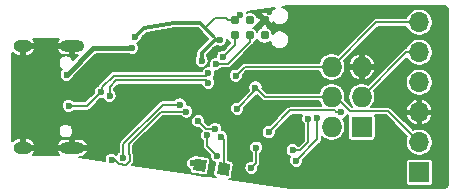
<source format=gbl>
G04 #@! TF.GenerationSoftware,KiCad,Pcbnew,5.1.5-52549c5~84~ubuntu19.10.1*
G04 #@! TF.CreationDate,2020-04-02T17:39:07+02:00*
G04 #@! TF.ProjectId,JEGGER_s-link,4a454747-4552-45f7-932d-6c696e6b2e6b,rev?*
G04 #@! TF.SameCoordinates,Original*
G04 #@! TF.FileFunction,Copper,L2,Bot*
G04 #@! TF.FilePolarity,Positive*
%FSLAX46Y46*%
G04 Gerber Fmt 4.6, Leading zero omitted, Abs format (unit mm)*
G04 Created by KiCad (PCBNEW 5.1.5-52549c5~84~ubuntu19.10.1) date 2020-04-02 17:39:07*
%MOMM*%
%LPD*%
G04 APERTURE LIST*
%ADD10O,2.100000X1.000000*%
%ADD11O,1.600000X1.000000*%
%ADD12C,0.784860*%
%ADD13O,1.727200X1.727200*%
%ADD14R,1.727200X1.727200*%
%ADD15C,0.100000*%
%ADD16O,1.700000X1.700000*%
%ADD17R,1.700000X1.700000*%
%ADD18C,0.600000*%
%ADD19C,0.127000*%
%ADD20C,0.400000*%
%ADD21C,0.200000*%
%ADD22C,0.300000*%
G04 APERTURE END LIST*
D10*
X106085000Y-95680000D03*
X106085000Y-104320000D03*
D11*
X101905000Y-95680000D03*
X101905000Y-104320000D03*
D12*
X122370000Y-94785000D03*
X122370000Y-93515000D03*
X121100000Y-94785000D03*
X121100000Y-93515000D03*
X119830000Y-94785000D03*
X119830000Y-93515000D03*
D13*
X128060000Y-97460000D03*
X130600000Y-97460000D03*
X128060000Y-100000000D03*
X130600000Y-100000000D03*
X128060000Y-102540000D03*
D14*
X130600000Y-102540000D03*
G04 #@! TA.AperFunction,SMDPad,CuDef*
D15*
G36*
X116331587Y-106220603D02*
G01*
X116479397Y-105231587D01*
X117468413Y-105379397D01*
X117320603Y-106368413D01*
X116331587Y-106220603D01*
G37*
G04 #@! TD.AperFunction*
G04 #@! TA.AperFunction,SMDPad,CuDef*
G36*
X118331587Y-106520603D02*
G01*
X118479397Y-105531587D01*
X119468413Y-105679397D01*
X119320603Y-106668413D01*
X118331587Y-106520603D01*
G37*
G04 #@! TD.AperFunction*
D16*
X135480000Y-93690000D03*
X135480000Y-96230000D03*
X135480000Y-98770000D03*
X135480000Y-101310000D03*
X135480000Y-103850000D03*
D17*
X135480000Y-106390000D03*
D18*
X126000000Y-96100000D03*
X128200000Y-94500000D03*
X133900000Y-107100000D03*
X113350000Y-96200000D03*
X112238316Y-95798981D03*
X115650000Y-94700000D03*
X117800905Y-106543781D03*
X120000000Y-101900000D03*
X121050000Y-100900000D03*
X125100000Y-102800000D03*
X127400000Y-103900000D03*
X129150000Y-103850000D03*
X126400000Y-105300000D03*
X129050000Y-105350000D03*
X131100000Y-104200000D03*
X132450000Y-102250000D03*
X132350000Y-100250000D03*
X129250000Y-98750000D03*
X128350000Y-95850000D03*
X130500000Y-93800000D03*
X133600000Y-92850000D03*
X127200000Y-98700000D03*
X120250000Y-99400000D03*
X120700000Y-98550000D03*
X119300000Y-98750000D03*
X117850000Y-99800000D03*
X115650000Y-99250000D03*
X113100000Y-97000000D03*
X110350000Y-99800000D03*
X111600000Y-99750000D03*
X112000000Y-100850000D03*
X111800000Y-104600000D03*
X118210071Y-96054131D03*
X114800000Y-104600000D03*
X114810000Y-105910000D03*
X111150000Y-95850000D03*
X105619001Y-98119001D03*
X105800000Y-100750000D03*
X108500000Y-99600000D03*
X117600000Y-98000000D03*
X109250000Y-99900000D03*
X117600000Y-98800000D03*
X111400000Y-94900000D03*
X118600000Y-95150000D03*
X117045452Y-96949895D03*
X120318136Y-93084720D03*
X118185473Y-102698668D03*
X116750000Y-102050000D03*
X121650000Y-104300000D03*
X121250000Y-106000000D03*
X126850000Y-101750000D03*
X125050002Y-105400000D03*
X124750000Y-104500000D03*
X126057313Y-101858013D03*
X118250000Y-97200000D03*
X118841961Y-96611854D03*
X118350000Y-105000000D03*
X117522988Y-103262178D03*
X115187317Y-100643337D03*
X110372814Y-105131455D03*
X109427779Y-105324288D03*
X115726664Y-101234204D03*
X120050000Y-101000000D03*
X121600000Y-99201296D03*
X122720738Y-102973559D03*
X128856051Y-101266374D03*
X119950000Y-98200000D03*
X118650000Y-103350000D03*
X116324504Y-105626215D03*
D19*
X117910072Y-96705946D02*
X117686499Y-96929519D01*
X117910072Y-96354130D02*
X117910072Y-96705946D01*
X118210071Y-96054131D02*
X117910072Y-96354130D01*
X117686499Y-97013501D02*
X117686499Y-97113501D01*
X117686499Y-96929519D02*
X117686499Y-97013501D01*
X117686499Y-97113501D02*
X117200000Y-97600000D01*
X117200000Y-97600000D02*
X116800000Y-97600000D01*
D20*
X111150000Y-95850000D02*
X107888002Y-95850000D01*
X107888002Y-95850000D02*
X105619001Y-98119001D01*
D21*
X105800000Y-100750000D02*
X107350000Y-100750000D01*
X107350000Y-100750000D02*
X108500000Y-99600000D01*
X108500000Y-99450000D02*
X108650000Y-99300000D01*
X108500000Y-99600000D02*
X108500000Y-99450000D01*
X108650000Y-99300000D02*
X108650000Y-99167156D01*
X117400000Y-98200000D02*
X117600000Y-98000000D01*
X109617156Y-98200000D02*
X117400000Y-98200000D01*
X108650000Y-99167156D02*
X109617156Y-98200000D01*
X117400000Y-98600000D02*
X117600000Y-98800000D01*
X109782844Y-98600000D02*
X117400000Y-98600000D01*
X109250000Y-99900000D02*
X109250000Y-99132844D01*
X109250000Y-99132844D02*
X109782844Y-98600000D01*
D22*
X116900001Y-93750000D02*
X118000001Y-94850000D01*
X114731353Y-93750000D02*
X116900001Y-93750000D01*
X111400000Y-94900000D02*
X112176436Y-94123564D01*
X112176436Y-94123564D02*
X114731353Y-93750000D01*
D21*
X119115990Y-93355969D02*
X118144031Y-93355969D01*
X118144031Y-93355969D02*
X117350000Y-94150000D01*
X119830000Y-93515000D02*
X119275021Y-93515000D01*
X119275021Y-93515000D02*
X119115990Y-93355969D01*
X118300000Y-95150000D02*
X118600000Y-95150000D01*
X118050000Y-94850000D02*
X118050000Y-94900000D01*
X118050000Y-94900000D02*
X118300000Y-95150000D01*
D22*
X117045452Y-96525631D02*
X117045452Y-96949895D01*
X118600000Y-95150000D02*
X118137998Y-95150000D01*
X117045452Y-96242546D02*
X117045452Y-96525631D01*
X118137998Y-95150000D02*
X117045452Y-96242546D01*
D21*
X120260280Y-93084720D02*
X119830000Y-93515000D01*
X120318136Y-93084720D02*
X120260280Y-93084720D01*
D19*
X117398668Y-102698668D02*
X116750000Y-102050000D01*
X118185473Y-102698668D02*
X117398668Y-102698668D01*
X121650000Y-104300000D02*
X121650000Y-105600000D01*
X121650000Y-105600000D02*
X121250000Y-106000000D01*
X126850000Y-101750000D02*
X126850000Y-103600002D01*
X126850000Y-103600002D02*
X125050002Y-105400000D01*
X126057313Y-103842687D02*
X126057313Y-101858013D01*
X124750000Y-104500000D02*
X125400000Y-104500000D01*
X125400000Y-104500000D02*
X126057313Y-103842687D01*
X118674264Y-97200000D02*
X118250000Y-97200000D01*
X121100000Y-95339979D02*
X119239979Y-97200000D01*
X121100000Y-94785000D02*
X121100000Y-95339979D01*
X119239979Y-97200000D02*
X118674264Y-97200000D01*
X119830000Y-95623815D02*
X118841961Y-96611854D01*
X119830000Y-94785000D02*
X119830000Y-95623815D01*
X118350000Y-105000000D02*
X117522988Y-104172988D01*
X117522988Y-104172988D02*
X117522988Y-103262178D01*
X110372814Y-104014723D02*
X110372814Y-104707191D01*
X110372814Y-104707191D02*
X110372814Y-105131455D01*
X115187317Y-100643337D02*
X113744200Y-100643337D01*
X113744200Y-100643337D02*
X110372814Y-104014723D01*
X110642831Y-105740238D02*
X110037594Y-105652089D01*
X109709793Y-105324288D02*
X109427779Y-105324288D01*
X110936315Y-105446754D02*
X110642831Y-105740238D01*
X110037594Y-105652089D02*
X109709793Y-105324288D01*
X115726664Y-101234204D02*
X113615796Y-101234204D01*
X113615796Y-101234204D02*
X110900000Y-103950000D01*
X110900000Y-103950000D02*
X110900000Y-104824659D01*
X110900000Y-104824659D02*
X110936315Y-104860974D01*
X110936315Y-104860974D02*
X110936315Y-105446754D01*
X132830000Y-101200000D02*
X134630001Y-103000001D01*
X129623661Y-101200000D02*
X132830000Y-101200000D01*
X128060000Y-100000000D02*
X128423661Y-100000000D01*
X128423661Y-100000000D02*
X129623661Y-101200000D01*
X134630001Y-103000001D02*
X135480000Y-103850000D01*
X120050000Y-101000000D02*
X121600000Y-99450000D01*
X128060000Y-100000000D02*
X122398704Y-100000000D01*
X121899999Y-99501295D02*
X121600000Y-99201296D01*
X122398704Y-100000000D02*
X121899999Y-99501295D01*
X121600000Y-99450000D02*
X121600000Y-99201296D01*
X134370000Y-96230000D02*
X135480000Y-96230000D01*
X130600000Y-100000000D02*
X134370000Y-96230000D01*
X122720738Y-102973559D02*
X124557798Y-101136499D01*
X128301912Y-101136499D02*
X128431787Y-101266374D01*
X128431787Y-101266374D02*
X128856051Y-101266374D01*
X124557798Y-101136499D02*
X128301912Y-101136499D01*
X131830000Y-93690000D02*
X135480000Y-93690000D01*
X128060000Y-97460000D02*
X131830000Y-93690000D01*
X120690000Y-97460000D02*
X119950000Y-98200000D01*
X128060000Y-97460000D02*
X120690000Y-97460000D01*
X118900000Y-105594447D02*
X118900000Y-106100000D01*
X118949999Y-103649999D02*
X118949999Y-105544448D01*
X118949999Y-105544448D02*
X118900000Y-105594447D01*
X118650000Y-103350000D02*
X118949999Y-103649999D01*
X116394447Y-105800000D02*
X116324504Y-105730057D01*
X116900000Y-105800000D02*
X116394447Y-105800000D01*
X116324504Y-105730057D02*
X116324504Y-105626215D01*
D21*
G36*
X137562250Y-92284624D02*
G01*
X137641359Y-92308508D01*
X137714329Y-92347307D01*
X137778371Y-92399539D01*
X137831049Y-92463215D01*
X137870354Y-92535908D01*
X137894793Y-92614859D01*
X137905000Y-92711965D01*
X137905001Y-107284092D01*
X137895376Y-107382250D01*
X137871491Y-107461362D01*
X137832693Y-107534330D01*
X137780460Y-107598373D01*
X137716786Y-107651048D01*
X137644092Y-107690354D01*
X137565140Y-107714793D01*
X137468036Y-107725000D01*
X124523545Y-107725000D01*
X119335701Y-106969423D01*
X119393530Y-106960910D01*
X119449192Y-106941062D01*
X119499913Y-106910737D01*
X119543742Y-106871099D01*
X119578997Y-106823672D01*
X119604321Y-106770278D01*
X119618743Y-106712970D01*
X119734129Y-105940905D01*
X120650000Y-105940905D01*
X120650000Y-106059095D01*
X120673058Y-106175014D01*
X120718287Y-106284207D01*
X120783950Y-106382478D01*
X120867522Y-106466050D01*
X120965793Y-106531713D01*
X121074986Y-106576942D01*
X121190905Y-106600000D01*
X121309095Y-106600000D01*
X121425014Y-106576942D01*
X121534207Y-106531713D01*
X121632478Y-106466050D01*
X121716050Y-106382478D01*
X121781713Y-106284207D01*
X121826942Y-106175014D01*
X121850000Y-106059095D01*
X121850000Y-105940905D01*
X121845547Y-105918519D01*
X121894412Y-105869654D01*
X121908276Y-105858276D01*
X121935597Y-105824986D01*
X121953700Y-105802928D01*
X121963706Y-105784208D01*
X121987454Y-105739778D01*
X122008240Y-105671258D01*
X122013500Y-105617850D01*
X122013500Y-105617841D01*
X122015257Y-105600001D01*
X122013500Y-105582161D01*
X122013500Y-104778731D01*
X122032478Y-104766050D01*
X122116050Y-104682478D01*
X122181713Y-104584207D01*
X122226942Y-104475014D01*
X122250000Y-104359095D01*
X122250000Y-104240905D01*
X122226942Y-104124986D01*
X122181713Y-104015793D01*
X122116050Y-103917522D01*
X122032478Y-103833950D01*
X121934207Y-103768287D01*
X121825014Y-103723058D01*
X121709095Y-103700000D01*
X121590905Y-103700000D01*
X121474986Y-103723058D01*
X121365793Y-103768287D01*
X121267522Y-103833950D01*
X121183950Y-103917522D01*
X121118287Y-104015793D01*
X121073058Y-104124986D01*
X121050000Y-104240905D01*
X121050000Y-104359095D01*
X121073058Y-104475014D01*
X121118287Y-104584207D01*
X121183950Y-104682478D01*
X121267522Y-104766050D01*
X121286500Y-104778731D01*
X121286501Y-105400000D01*
X121190905Y-105400000D01*
X121074986Y-105423058D01*
X120965793Y-105468287D01*
X120867522Y-105533950D01*
X120783950Y-105617522D01*
X120718287Y-105715793D01*
X120673058Y-105824986D01*
X120650000Y-105940905D01*
X119734129Y-105940905D01*
X119766553Y-105723954D01*
X119769517Y-105664934D01*
X119760910Y-105606470D01*
X119741062Y-105550808D01*
X119710737Y-105500087D01*
X119671099Y-105456258D01*
X119623672Y-105421003D01*
X119570278Y-105395679D01*
X119512970Y-105381257D01*
X119313499Y-105351446D01*
X119313499Y-103667839D01*
X119315256Y-103649999D01*
X119313499Y-103632159D01*
X119313499Y-103632149D01*
X119308239Y-103578741D01*
X119287453Y-103510221D01*
X119261898Y-103462410D01*
X119253700Y-103447072D01*
X119244641Y-103436034D01*
X119250000Y-103409095D01*
X119250000Y-103290905D01*
X119226942Y-103174986D01*
X119181713Y-103065793D01*
X119116050Y-102967522D01*
X119032478Y-102883950D01*
X118934207Y-102818287D01*
X118825014Y-102773058D01*
X118784051Y-102764910D01*
X118785473Y-102757763D01*
X118785473Y-102639573D01*
X118762415Y-102523654D01*
X118717186Y-102414461D01*
X118651523Y-102316190D01*
X118567951Y-102232618D01*
X118469680Y-102166955D01*
X118360487Y-102121726D01*
X118244568Y-102098668D01*
X118126378Y-102098668D01*
X118010459Y-102121726D01*
X117901266Y-102166955D01*
X117802995Y-102232618D01*
X117719423Y-102316190D01*
X117706742Y-102335168D01*
X117549235Y-102335168D01*
X117345547Y-102131481D01*
X117350000Y-102109095D01*
X117350000Y-101990905D01*
X117326942Y-101874986D01*
X117281713Y-101765793D01*
X117216050Y-101667522D01*
X117132478Y-101583950D01*
X117034207Y-101518287D01*
X116925014Y-101473058D01*
X116809095Y-101450000D01*
X116690905Y-101450000D01*
X116574986Y-101473058D01*
X116465793Y-101518287D01*
X116367522Y-101583950D01*
X116283950Y-101667522D01*
X116218287Y-101765793D01*
X116173058Y-101874986D01*
X116150000Y-101990905D01*
X116150000Y-102109095D01*
X116173058Y-102225014D01*
X116218287Y-102334207D01*
X116283950Y-102432478D01*
X116367522Y-102516050D01*
X116465793Y-102581713D01*
X116574986Y-102626942D01*
X116690905Y-102650000D01*
X116809095Y-102650000D01*
X116831481Y-102645547D01*
X117061286Y-102875352D01*
X117056938Y-102879700D01*
X116991275Y-102977971D01*
X116946046Y-103087164D01*
X116922988Y-103203083D01*
X116922988Y-103321273D01*
X116946046Y-103437192D01*
X116991275Y-103546385D01*
X117056938Y-103644656D01*
X117140510Y-103728228D01*
X117159488Y-103740909D01*
X117159488Y-104155148D01*
X117157731Y-104172988D01*
X117159488Y-104190828D01*
X117159488Y-104190837D01*
X117164748Y-104244245D01*
X117185534Y-104312765D01*
X117219287Y-104375913D01*
X117219288Y-104375914D01*
X117253333Y-104417399D01*
X117253339Y-104417405D01*
X117264712Y-104431263D01*
X117278572Y-104442638D01*
X117754453Y-104918519D01*
X117750000Y-104940905D01*
X117750000Y-105059095D01*
X117773058Y-105175014D01*
X117818287Y-105284207D01*
X117883950Y-105382478D01*
X117967522Y-105466050D01*
X118065793Y-105531713D01*
X118168237Y-105574147D01*
X118033447Y-106476046D01*
X118030483Y-106535066D01*
X118039090Y-106593530D01*
X118058938Y-106649192D01*
X118089263Y-106699913D01*
X118128901Y-106743742D01*
X118176328Y-106778997D01*
X118229722Y-106804321D01*
X118267675Y-106813872D01*
X111123733Y-105773402D01*
X111180732Y-105716404D01*
X111194591Y-105705030D01*
X111205964Y-105691172D01*
X111205970Y-105691166D01*
X111240015Y-105649681D01*
X111257029Y-105617850D01*
X111273769Y-105586532D01*
X111279657Y-105567120D01*
X115724504Y-105567120D01*
X115724504Y-105685310D01*
X115747562Y-105801229D01*
X115792791Y-105910422D01*
X115858454Y-106008693D01*
X115942026Y-106092265D01*
X116036531Y-106155412D01*
X116033447Y-106176046D01*
X116030483Y-106235066D01*
X116039090Y-106293530D01*
X116058938Y-106349192D01*
X116089263Y-106399913D01*
X116128901Y-106443742D01*
X116176328Y-106478997D01*
X116229722Y-106504321D01*
X116287030Y-106518743D01*
X117276046Y-106666553D01*
X117335066Y-106669517D01*
X117393530Y-106660910D01*
X117449192Y-106641062D01*
X117499913Y-106610737D01*
X117543742Y-106571099D01*
X117578997Y-106523672D01*
X117604321Y-106470278D01*
X117618743Y-106412970D01*
X117766553Y-105423954D01*
X117769517Y-105364934D01*
X117760910Y-105306470D01*
X117741062Y-105250808D01*
X117710737Y-105200087D01*
X117671099Y-105156258D01*
X117623672Y-105121003D01*
X117570278Y-105095679D01*
X117512970Y-105081257D01*
X116523954Y-104933447D01*
X116464934Y-104930483D01*
X116406470Y-104939090D01*
X116350808Y-104958938D01*
X116300087Y-104989263D01*
X116257485Y-105027791D01*
X116149490Y-105049273D01*
X116040297Y-105094502D01*
X115942026Y-105160165D01*
X115858454Y-105243737D01*
X115792791Y-105342008D01*
X115747562Y-105451201D01*
X115724504Y-105567120D01*
X111279657Y-105567120D01*
X111294555Y-105518012D01*
X111299815Y-105464604D01*
X111299815Y-105464595D01*
X111301572Y-105446755D01*
X111299815Y-105428915D01*
X111299815Y-104878813D01*
X111301572Y-104860973D01*
X111299815Y-104843133D01*
X111299815Y-104843124D01*
X111294555Y-104789716D01*
X111273769Y-104721196D01*
X111263500Y-104701984D01*
X111263500Y-104100566D01*
X113766363Y-101597704D01*
X115247933Y-101597704D01*
X115260614Y-101616682D01*
X115344186Y-101700254D01*
X115442457Y-101765917D01*
X115551650Y-101811146D01*
X115667569Y-101834204D01*
X115785759Y-101834204D01*
X115901678Y-101811146D01*
X116010871Y-101765917D01*
X116109142Y-101700254D01*
X116192714Y-101616682D01*
X116258377Y-101518411D01*
X116303606Y-101409218D01*
X116326664Y-101293299D01*
X116326664Y-101175109D01*
X116303606Y-101059190D01*
X116258377Y-100949997D01*
X116252302Y-100940905D01*
X119450000Y-100940905D01*
X119450000Y-101059095D01*
X119473058Y-101175014D01*
X119518287Y-101284207D01*
X119583950Y-101382478D01*
X119667522Y-101466050D01*
X119765793Y-101531713D01*
X119874986Y-101576942D01*
X119990905Y-101600000D01*
X120109095Y-101600000D01*
X120225014Y-101576942D01*
X120334207Y-101531713D01*
X120432478Y-101466050D01*
X120516050Y-101382478D01*
X120581713Y-101284207D01*
X120626942Y-101175014D01*
X120650000Y-101059095D01*
X120650000Y-100940905D01*
X120645547Y-100918519D01*
X121724352Y-99839714D01*
X122129049Y-100244411D01*
X122140428Y-100258276D01*
X122154292Y-100269654D01*
X122195776Y-100303700D01*
X122195778Y-100303701D01*
X122258926Y-100337454D01*
X122327446Y-100358240D01*
X122380854Y-100363500D01*
X122380863Y-100363500D01*
X122398703Y-100365257D01*
X122416543Y-100363500D01*
X126951095Y-100363500D01*
X127028831Y-100551171D01*
X127156173Y-100741752D01*
X127187420Y-100772999D01*
X124575637Y-100772999D01*
X124557797Y-100771242D01*
X124539957Y-100772999D01*
X124539948Y-100772999D01*
X124486540Y-100778259D01*
X124418020Y-100799045D01*
X124399218Y-100809095D01*
X124354870Y-100832799D01*
X124313386Y-100866844D01*
X124313380Y-100866850D01*
X124299522Y-100878223D01*
X124288149Y-100892081D01*
X122802219Y-102378012D01*
X122779833Y-102373559D01*
X122661643Y-102373559D01*
X122545724Y-102396617D01*
X122436531Y-102441846D01*
X122338260Y-102507509D01*
X122254688Y-102591081D01*
X122189025Y-102689352D01*
X122143796Y-102798545D01*
X122120738Y-102914464D01*
X122120738Y-103032654D01*
X122143796Y-103148573D01*
X122189025Y-103257766D01*
X122254688Y-103356037D01*
X122338260Y-103439609D01*
X122436531Y-103505272D01*
X122545724Y-103550501D01*
X122661643Y-103573559D01*
X122779833Y-103573559D01*
X122895752Y-103550501D01*
X123004945Y-103505272D01*
X123103216Y-103439609D01*
X123186788Y-103356037D01*
X123252451Y-103257766D01*
X123297680Y-103148573D01*
X123320738Y-103032654D01*
X123320738Y-102914464D01*
X123316285Y-102892078D01*
X124708365Y-101499999D01*
X125574917Y-101499999D01*
X125525600Y-101573806D01*
X125480371Y-101682999D01*
X125457313Y-101798918D01*
X125457313Y-101917108D01*
X125480371Y-102033027D01*
X125525600Y-102142220D01*
X125591263Y-102240491D01*
X125674835Y-102324063D01*
X125693814Y-102336744D01*
X125693813Y-103692120D01*
X125249434Y-104136500D01*
X125228731Y-104136500D01*
X125216050Y-104117522D01*
X125132478Y-104033950D01*
X125034207Y-103968287D01*
X124925014Y-103923058D01*
X124809095Y-103900000D01*
X124690905Y-103900000D01*
X124574986Y-103923058D01*
X124465793Y-103968287D01*
X124367522Y-104033950D01*
X124283950Y-104117522D01*
X124218287Y-104215793D01*
X124173058Y-104324986D01*
X124150000Y-104440905D01*
X124150000Y-104559095D01*
X124173058Y-104675014D01*
X124218287Y-104784207D01*
X124283950Y-104882478D01*
X124367522Y-104966050D01*
X124465793Y-105031713D01*
X124550912Y-105066970D01*
X124518289Y-105115793D01*
X124473060Y-105224986D01*
X124450002Y-105340905D01*
X124450002Y-105459095D01*
X124473060Y-105575014D01*
X124518289Y-105684207D01*
X124583952Y-105782478D01*
X124667524Y-105866050D01*
X124765795Y-105931713D01*
X124874988Y-105976942D01*
X124990907Y-106000000D01*
X125109097Y-106000000D01*
X125225016Y-105976942D01*
X125334209Y-105931713D01*
X125432480Y-105866050D01*
X125516052Y-105782478D01*
X125581715Y-105684207D01*
X125626944Y-105575014D01*
X125633908Y-105540000D01*
X134328549Y-105540000D01*
X134328549Y-107240000D01*
X134334341Y-107298810D01*
X134351496Y-107355360D01*
X134379353Y-107407477D01*
X134416842Y-107453158D01*
X134462523Y-107490647D01*
X134514640Y-107518504D01*
X134571190Y-107535659D01*
X134630000Y-107541451D01*
X136330000Y-107541451D01*
X136388810Y-107535659D01*
X136445360Y-107518504D01*
X136497477Y-107490647D01*
X136543158Y-107453158D01*
X136580647Y-107407477D01*
X136608504Y-107355360D01*
X136625659Y-107298810D01*
X136631451Y-107240000D01*
X136631451Y-105540000D01*
X136625659Y-105481190D01*
X136608504Y-105424640D01*
X136580647Y-105372523D01*
X136543158Y-105326842D01*
X136497477Y-105289353D01*
X136445360Y-105261496D01*
X136388810Y-105244341D01*
X136330000Y-105238549D01*
X134630000Y-105238549D01*
X134571190Y-105244341D01*
X134514640Y-105261496D01*
X134462523Y-105289353D01*
X134416842Y-105326842D01*
X134379353Y-105372523D01*
X134351496Y-105424640D01*
X134334341Y-105481190D01*
X134328549Y-105540000D01*
X125633908Y-105540000D01*
X125650002Y-105459095D01*
X125650002Y-105340905D01*
X125645549Y-105318519D01*
X127094418Y-103869651D01*
X127108276Y-103858278D01*
X127119649Y-103844420D01*
X127119655Y-103844414D01*
X127153701Y-103802929D01*
X127187454Y-103739780D01*
X127198639Y-103702909D01*
X127208240Y-103671260D01*
X127213500Y-103617852D01*
X127213500Y-103617842D01*
X127215257Y-103600002D01*
X127213500Y-103582162D01*
X127213500Y-103339079D01*
X127318248Y-103443827D01*
X127508829Y-103571169D01*
X127720590Y-103658883D01*
X127945395Y-103703600D01*
X128174605Y-103703600D01*
X128399410Y-103658883D01*
X128611171Y-103571169D01*
X128801752Y-103443827D01*
X128963827Y-103281752D01*
X129091169Y-103091171D01*
X129178883Y-102879410D01*
X129223600Y-102654605D01*
X129223600Y-102425395D01*
X129178883Y-102200590D01*
X129091169Y-101988829D01*
X128998296Y-101849834D01*
X129031065Y-101843316D01*
X129140258Y-101798087D01*
X129238529Y-101732424D01*
X129322101Y-101648852D01*
X129387764Y-101550581D01*
X129410620Y-101495401D01*
X129420733Y-101503700D01*
X129420735Y-101503701D01*
X129473476Y-101531891D01*
X129457896Y-101561040D01*
X129440741Y-101617590D01*
X129434949Y-101676400D01*
X129434949Y-103403600D01*
X129440741Y-103462410D01*
X129457896Y-103518960D01*
X129485753Y-103571077D01*
X129523242Y-103616758D01*
X129568923Y-103654247D01*
X129621040Y-103682104D01*
X129677590Y-103699259D01*
X129736400Y-103705051D01*
X131463600Y-103705051D01*
X131522410Y-103699259D01*
X131578960Y-103682104D01*
X131631077Y-103654247D01*
X131676758Y-103616758D01*
X131714247Y-103571077D01*
X131742104Y-103518960D01*
X131759259Y-103462410D01*
X131765051Y-103403600D01*
X131765051Y-101676400D01*
X131759259Y-101617590D01*
X131742850Y-101563500D01*
X132679434Y-101563500D01*
X134385589Y-103269656D01*
X134385594Y-103269660D01*
X134449262Y-103333328D01*
X134374194Y-103514557D01*
X134330000Y-103736735D01*
X134330000Y-103963265D01*
X134374194Y-104185443D01*
X134460884Y-104394729D01*
X134586737Y-104583082D01*
X134746918Y-104743263D01*
X134935271Y-104869116D01*
X135144557Y-104955806D01*
X135366735Y-105000000D01*
X135593265Y-105000000D01*
X135815443Y-104955806D01*
X136024729Y-104869116D01*
X136213082Y-104743263D01*
X136373263Y-104583082D01*
X136499116Y-104394729D01*
X136585806Y-104185443D01*
X136630000Y-103963265D01*
X136630000Y-103736735D01*
X136585806Y-103514557D01*
X136499116Y-103305271D01*
X136373263Y-103116918D01*
X136213082Y-102956737D01*
X136024729Y-102830884D01*
X135815443Y-102744194D01*
X135593265Y-102700000D01*
X135366735Y-102700000D01*
X135144557Y-102744194D01*
X134963328Y-102819262D01*
X134899660Y-102755594D01*
X134899656Y-102755589D01*
X133784450Y-101640383D01*
X134378480Y-101640383D01*
X134380561Y-101647272D01*
X134467485Y-101855281D01*
X134593319Y-102042336D01*
X134753228Y-102201247D01*
X134941066Y-102325908D01*
X135149615Y-102411528D01*
X135326000Y-102374650D01*
X135326000Y-101464000D01*
X135634000Y-101464000D01*
X135634000Y-102374650D01*
X135810385Y-102411528D01*
X136018934Y-102325908D01*
X136206772Y-102201247D01*
X136366681Y-102042336D01*
X136492515Y-101855281D01*
X136579439Y-101647272D01*
X136581520Y-101640383D01*
X136543912Y-101464000D01*
X135634000Y-101464000D01*
X135326000Y-101464000D01*
X134416088Y-101464000D01*
X134378480Y-101640383D01*
X133784450Y-101640383D01*
X133123684Y-100979617D01*
X134378480Y-100979617D01*
X134416088Y-101156000D01*
X135326000Y-101156000D01*
X135326000Y-100245350D01*
X135634000Y-100245350D01*
X135634000Y-101156000D01*
X136543912Y-101156000D01*
X136581520Y-100979617D01*
X136579439Y-100972728D01*
X136492515Y-100764719D01*
X136366681Y-100577664D01*
X136206772Y-100418753D01*
X136018934Y-100294092D01*
X135810385Y-100208472D01*
X135634000Y-100245350D01*
X135326000Y-100245350D01*
X135149615Y-100208472D01*
X134941066Y-100294092D01*
X134753228Y-100418753D01*
X134593319Y-100577664D01*
X134467485Y-100764719D01*
X134380561Y-100972728D01*
X134378480Y-100979617D01*
X133123684Y-100979617D01*
X133099654Y-100955588D01*
X133088276Y-100941724D01*
X133072675Y-100928920D01*
X133067915Y-100925014D01*
X133032926Y-100896299D01*
X132969778Y-100862546D01*
X132901258Y-100841760D01*
X132847850Y-100836500D01*
X132847840Y-100836500D01*
X132830000Y-100834743D01*
X132812160Y-100836500D01*
X131409079Y-100836500D01*
X131503827Y-100741752D01*
X131631169Y-100551171D01*
X131718883Y-100339410D01*
X131763600Y-100114605D01*
X131763600Y-99885395D01*
X131718883Y-99660590D01*
X131641147Y-99472919D01*
X132457331Y-98656735D01*
X134330000Y-98656735D01*
X134330000Y-98883265D01*
X134374194Y-99105443D01*
X134460884Y-99314729D01*
X134586737Y-99503082D01*
X134746918Y-99663263D01*
X134935271Y-99789116D01*
X135144557Y-99875806D01*
X135366735Y-99920000D01*
X135593265Y-99920000D01*
X135815443Y-99875806D01*
X136024729Y-99789116D01*
X136213082Y-99663263D01*
X136373263Y-99503082D01*
X136499116Y-99314729D01*
X136585806Y-99105443D01*
X136630000Y-98883265D01*
X136630000Y-98656735D01*
X136585806Y-98434557D01*
X136499116Y-98225271D01*
X136373263Y-98036918D01*
X136213082Y-97876737D01*
X136024729Y-97750884D01*
X135815443Y-97664194D01*
X135593265Y-97620000D01*
X135366735Y-97620000D01*
X135144557Y-97664194D01*
X134935271Y-97750884D01*
X134746918Y-97876737D01*
X134586737Y-98036918D01*
X134460884Y-98225271D01*
X134374194Y-98434557D01*
X134330000Y-98656735D01*
X132457331Y-98656735D01*
X134425284Y-96688783D01*
X134460884Y-96774729D01*
X134586737Y-96963082D01*
X134746918Y-97123263D01*
X134935271Y-97249116D01*
X135144557Y-97335806D01*
X135366735Y-97380000D01*
X135593265Y-97380000D01*
X135815443Y-97335806D01*
X136024729Y-97249116D01*
X136213082Y-97123263D01*
X136373263Y-96963082D01*
X136499116Y-96774729D01*
X136585806Y-96565443D01*
X136630000Y-96343265D01*
X136630000Y-96116735D01*
X136585806Y-95894557D01*
X136499116Y-95685271D01*
X136373263Y-95496918D01*
X136213082Y-95336737D01*
X136024729Y-95210884D01*
X135815443Y-95124194D01*
X135593265Y-95080000D01*
X135366735Y-95080000D01*
X135144557Y-95124194D01*
X134935271Y-95210884D01*
X134746918Y-95336737D01*
X134586737Y-95496918D01*
X134460884Y-95685271D01*
X134385895Y-95866309D01*
X134369999Y-95864743D01*
X134352159Y-95866500D01*
X134352150Y-95866500D01*
X134298742Y-95871760D01*
X134230222Y-95892546D01*
X134226460Y-95894557D01*
X134167072Y-95926300D01*
X134125588Y-95960345D01*
X134125582Y-95960351D01*
X134111724Y-95971724D01*
X134100351Y-95985582D01*
X131127081Y-98958853D01*
X130939410Y-98881117D01*
X130714605Y-98836400D01*
X130485395Y-98836400D01*
X130260590Y-98881117D01*
X130048829Y-98968831D01*
X129858248Y-99096173D01*
X129696173Y-99258248D01*
X129568831Y-99448829D01*
X129481117Y-99660590D01*
X129436400Y-99885395D01*
X129436400Y-100114605D01*
X129481117Y-100339410D01*
X129568831Y-100551171D01*
X129696173Y-100741752D01*
X129790921Y-100836500D01*
X129774227Y-100836500D01*
X129195185Y-100257458D01*
X129223600Y-100114605D01*
X129223600Y-99885395D01*
X129178883Y-99660590D01*
X129091169Y-99448829D01*
X128963827Y-99258248D01*
X128801752Y-99096173D01*
X128611171Y-98968831D01*
X128399410Y-98881117D01*
X128174605Y-98836400D01*
X127945395Y-98836400D01*
X127720590Y-98881117D01*
X127508829Y-98968831D01*
X127318248Y-99096173D01*
X127156173Y-99258248D01*
X127028831Y-99448829D01*
X126951095Y-99636500D01*
X122549270Y-99636500D01*
X122195547Y-99282777D01*
X122200000Y-99260391D01*
X122200000Y-99142201D01*
X122176942Y-99026282D01*
X122131713Y-98917089D01*
X122066050Y-98818818D01*
X121982478Y-98735246D01*
X121884207Y-98669583D01*
X121775014Y-98624354D01*
X121659095Y-98601296D01*
X121540905Y-98601296D01*
X121424986Y-98624354D01*
X121315793Y-98669583D01*
X121217522Y-98735246D01*
X121133950Y-98818818D01*
X121068287Y-98917089D01*
X121023058Y-99026282D01*
X121000000Y-99142201D01*
X121000000Y-99260391D01*
X121023058Y-99376310D01*
X121063057Y-99472876D01*
X120131481Y-100404453D01*
X120109095Y-100400000D01*
X119990905Y-100400000D01*
X119874986Y-100423058D01*
X119765793Y-100468287D01*
X119667522Y-100533950D01*
X119583950Y-100617522D01*
X119518287Y-100715793D01*
X119473058Y-100824986D01*
X119450000Y-100940905D01*
X116252302Y-100940905D01*
X116192714Y-100851726D01*
X116109142Y-100768154D01*
X116010871Y-100702491D01*
X115901678Y-100657262D01*
X115787317Y-100634514D01*
X115787317Y-100584242D01*
X115764259Y-100468323D01*
X115719030Y-100359130D01*
X115653367Y-100260859D01*
X115569795Y-100177287D01*
X115471524Y-100111624D01*
X115362331Y-100066395D01*
X115246412Y-100043337D01*
X115128222Y-100043337D01*
X115012303Y-100066395D01*
X114903110Y-100111624D01*
X114804839Y-100177287D01*
X114721267Y-100260859D01*
X114708586Y-100279837D01*
X113762040Y-100279837D01*
X113744200Y-100278080D01*
X113726360Y-100279837D01*
X113726350Y-100279837D01*
X113672942Y-100285097D01*
X113611618Y-100303700D01*
X113604422Y-100305883D01*
X113541273Y-100339636D01*
X113499788Y-100373682D01*
X113499782Y-100373688D01*
X113485924Y-100385061D01*
X113474551Y-100398919D01*
X110128398Y-103745073D01*
X110114538Y-103756448D01*
X110103165Y-103770306D01*
X110103159Y-103770312D01*
X110096242Y-103778741D01*
X110069113Y-103811798D01*
X110035360Y-103874946D01*
X110014574Y-103943466D01*
X110009314Y-103996874D01*
X110009314Y-103996883D01*
X110007557Y-104014723D01*
X110009314Y-104032563D01*
X110009315Y-104652724D01*
X109990336Y-104665405D01*
X109906764Y-104748977D01*
X109841101Y-104847248D01*
X109828848Y-104876829D01*
X109810257Y-104858238D01*
X109711986Y-104792575D01*
X109602793Y-104747346D01*
X109486874Y-104724288D01*
X109368684Y-104724288D01*
X109252765Y-104747346D01*
X109143572Y-104792575D01*
X109045301Y-104858238D01*
X108961729Y-104941810D01*
X108896066Y-105040081D01*
X108850837Y-105149274D01*
X108827779Y-105265193D01*
X108827779Y-105383383D01*
X108839174Y-105440671D01*
X106637425Y-105120000D01*
X106789000Y-105120000D01*
X106942113Y-105074584D01*
X107083424Y-105000170D01*
X107207502Y-104899618D01*
X107309579Y-104776791D01*
X107385733Y-104636410D01*
X107386282Y-104594911D01*
X107343455Y-104474000D01*
X106239000Y-104474000D01*
X106239000Y-104494000D01*
X105931000Y-104494000D01*
X105931000Y-104474000D01*
X104826545Y-104474000D01*
X104783718Y-104594911D01*
X104784267Y-104636410D01*
X104860421Y-104776791D01*
X104962498Y-104899618D01*
X104993819Y-104925000D01*
X102766895Y-104925000D01*
X102777659Y-104916528D01*
X102883032Y-104793346D01*
X102956282Y-104594911D01*
X102913455Y-104474000D01*
X102059000Y-104474000D01*
X102059000Y-104494000D01*
X101751000Y-104494000D01*
X101751000Y-104474000D01*
X101731000Y-104474000D01*
X101731000Y-104166000D01*
X101751000Y-104166000D01*
X101751000Y-103581079D01*
X102059000Y-103581079D01*
X102059000Y-104166000D01*
X102913455Y-104166000D01*
X102956282Y-104045089D01*
X104783718Y-104045089D01*
X104826545Y-104166000D01*
X105931000Y-104166000D01*
X105931000Y-103520000D01*
X106239000Y-103520000D01*
X106239000Y-104166000D01*
X107343455Y-104166000D01*
X107386282Y-104045089D01*
X107385733Y-104003590D01*
X107309579Y-103863209D01*
X107207502Y-103740382D01*
X107083424Y-103639830D01*
X106942113Y-103565416D01*
X106789000Y-103520000D01*
X106239000Y-103520000D01*
X105931000Y-103520000D01*
X105381000Y-103520000D01*
X105227887Y-103565416D01*
X105086576Y-103639830D01*
X104962498Y-103740382D01*
X104860421Y-103863209D01*
X104784267Y-104003590D01*
X104783718Y-104045089D01*
X102956282Y-104045089D01*
X102883032Y-103846654D01*
X102777659Y-103723472D01*
X102650279Y-103623214D01*
X102505787Y-103549733D01*
X102349736Y-103505853D01*
X102188123Y-103493260D01*
X102059000Y-103581079D01*
X101751000Y-103581079D01*
X101621877Y-103493260D01*
X101460264Y-103505853D01*
X101304213Y-103549733D01*
X101159721Y-103623214D01*
X101032341Y-103723472D01*
X101000000Y-103761279D01*
X101000000Y-102828443D01*
X104930000Y-102828443D01*
X104930000Y-102951557D01*
X104954019Y-103072306D01*
X105001132Y-103186048D01*
X105069531Y-103288414D01*
X105156586Y-103375469D01*
X105258952Y-103443868D01*
X105372694Y-103490981D01*
X105493443Y-103515000D01*
X105616557Y-103515000D01*
X105737306Y-103490981D01*
X105851048Y-103443868D01*
X105953414Y-103375469D01*
X106040469Y-103288414D01*
X106108868Y-103186048D01*
X106155981Y-103072306D01*
X106180000Y-102951557D01*
X106180000Y-102828443D01*
X106155981Y-102707694D01*
X106108868Y-102593952D01*
X106040469Y-102491586D01*
X105953414Y-102404531D01*
X105851048Y-102336132D01*
X105737306Y-102289019D01*
X105616557Y-102265000D01*
X105493443Y-102265000D01*
X105372694Y-102289019D01*
X105258952Y-102336132D01*
X105156586Y-102404531D01*
X105069531Y-102491586D01*
X105001132Y-102593952D01*
X104954019Y-102707694D01*
X104930000Y-102828443D01*
X101000000Y-102828443D01*
X101000000Y-96238721D01*
X101032341Y-96276528D01*
X101159721Y-96376786D01*
X101304213Y-96450267D01*
X101460264Y-96494147D01*
X101621877Y-96506740D01*
X101751000Y-96418921D01*
X101751000Y-95834000D01*
X102059000Y-95834000D01*
X102059000Y-96418921D01*
X102188123Y-96506740D01*
X102349736Y-96494147D01*
X102505787Y-96450267D01*
X102650279Y-96376786D01*
X102777659Y-96276528D01*
X102883032Y-96153346D01*
X102956282Y-95954911D01*
X104783718Y-95954911D01*
X104784267Y-95996410D01*
X104860421Y-96136791D01*
X104962498Y-96259618D01*
X105086576Y-96360170D01*
X105227887Y-96434584D01*
X105381000Y-96480000D01*
X105931000Y-96480000D01*
X105931000Y-95834000D01*
X104826545Y-95834000D01*
X104783718Y-95954911D01*
X102956282Y-95954911D01*
X102913455Y-95834000D01*
X102059000Y-95834000D01*
X101751000Y-95834000D01*
X101731000Y-95834000D01*
X101731000Y-95526000D01*
X101751000Y-95526000D01*
X101751000Y-95506000D01*
X102059000Y-95506000D01*
X102059000Y-95526000D01*
X102913455Y-95526000D01*
X102956282Y-95405089D01*
X102883032Y-95206654D01*
X102777659Y-95083472D01*
X102766895Y-95075000D01*
X104993819Y-95075000D01*
X104962498Y-95100382D01*
X104860421Y-95223209D01*
X104784267Y-95363590D01*
X104783718Y-95405089D01*
X104826545Y-95526000D01*
X105931000Y-95526000D01*
X105931000Y-95506000D01*
X106239000Y-95506000D01*
X106239000Y-95526000D01*
X106259000Y-95526000D01*
X106259000Y-95834000D01*
X106239000Y-95834000D01*
X106239000Y-96480000D01*
X106550896Y-96480000D01*
X106140523Y-96890374D01*
X106108868Y-96813952D01*
X106040469Y-96711586D01*
X105953414Y-96624531D01*
X105851048Y-96556132D01*
X105737306Y-96509019D01*
X105616557Y-96485000D01*
X105493443Y-96485000D01*
X105372694Y-96509019D01*
X105258952Y-96556132D01*
X105156586Y-96624531D01*
X105069531Y-96711586D01*
X105001132Y-96813952D01*
X104954019Y-96927694D01*
X104930000Y-97048443D01*
X104930000Y-97171557D01*
X104954019Y-97292306D01*
X105001132Y-97406048D01*
X105069531Y-97508414D01*
X105156586Y-97595469D01*
X105239568Y-97650916D01*
X105236523Y-97652951D01*
X105152951Y-97736523D01*
X105087288Y-97834794D01*
X105042059Y-97943987D01*
X105019001Y-98059906D01*
X105019001Y-98178096D01*
X105042059Y-98294015D01*
X105087288Y-98403208D01*
X105152951Y-98501479D01*
X105236523Y-98585051D01*
X105334794Y-98650714D01*
X105443987Y-98695943D01*
X105559906Y-98719001D01*
X105678096Y-98719001D01*
X105794015Y-98695943D01*
X105903208Y-98650714D01*
X106001479Y-98585051D01*
X106085051Y-98501479D01*
X106150714Y-98403208D01*
X106195943Y-98294015D01*
X106207080Y-98238027D01*
X108095108Y-96350000D01*
X110818331Y-96350000D01*
X110865793Y-96381713D01*
X110974986Y-96426942D01*
X111090905Y-96450000D01*
X111209095Y-96450000D01*
X111325014Y-96426942D01*
X111434207Y-96381713D01*
X111532478Y-96316050D01*
X111616050Y-96232478D01*
X111681713Y-96134207D01*
X111726942Y-96025014D01*
X111750000Y-95909095D01*
X111750000Y-95790905D01*
X111726942Y-95674986D01*
X111681713Y-95565793D01*
X111616050Y-95467522D01*
X111610692Y-95462164D01*
X111684207Y-95431713D01*
X111782478Y-95366050D01*
X111866050Y-95282478D01*
X111931713Y-95184207D01*
X111976942Y-95075014D01*
X112000000Y-94959095D01*
X112000000Y-94936395D01*
X112389150Y-94547246D01*
X114764073Y-94200000D01*
X116713606Y-94200000D01*
X117582604Y-95068999D01*
X116742886Y-95908717D01*
X116725715Y-95922809D01*
X116711624Y-95939979D01*
X116669481Y-95991330D01*
X116646186Y-96034912D01*
X116627695Y-96069506D01*
X116601963Y-96154332D01*
X116595452Y-96220442D01*
X116595452Y-96220452D01*
X116593276Y-96242546D01*
X116595452Y-96264640D01*
X116595452Y-96551367D01*
X116579402Y-96567417D01*
X116513739Y-96665688D01*
X116468510Y-96774881D01*
X116445452Y-96890800D01*
X116445452Y-97008990D01*
X116468510Y-97124909D01*
X116513739Y-97234102D01*
X116579402Y-97332373D01*
X116662974Y-97415945D01*
X116761245Y-97481608D01*
X116870438Y-97526837D01*
X116986357Y-97549895D01*
X117104547Y-97549895D01*
X117220466Y-97526837D01*
X117240728Y-97518444D01*
X117217522Y-97533950D01*
X117133950Y-97617522D01*
X117068287Y-97715793D01*
X117033407Y-97800000D01*
X109636791Y-97800000D01*
X109617155Y-97798066D01*
X109597519Y-97800000D01*
X109597509Y-97800000D01*
X109538742Y-97805788D01*
X109463342Y-97828660D01*
X109393853Y-97865803D01*
X109393851Y-97865804D01*
X109393852Y-97865804D01*
X109348205Y-97903265D01*
X109348203Y-97903267D01*
X109332945Y-97915789D01*
X109320423Y-97931047D01*
X108381051Y-98870420D01*
X108365789Y-98882945D01*
X108315803Y-98943853D01*
X108278660Y-99013342D01*
X108268632Y-99046400D01*
X108215793Y-99068287D01*
X108117522Y-99133950D01*
X108033950Y-99217522D01*
X107968287Y-99315793D01*
X107923058Y-99424986D01*
X107900000Y-99540905D01*
X107900000Y-99634315D01*
X107184315Y-100350000D01*
X106248528Y-100350000D01*
X106182478Y-100283950D01*
X106084207Y-100218287D01*
X105975014Y-100173058D01*
X105859095Y-100150000D01*
X105740905Y-100150000D01*
X105624986Y-100173058D01*
X105515793Y-100218287D01*
X105417522Y-100283950D01*
X105333950Y-100367522D01*
X105268287Y-100465793D01*
X105223058Y-100574986D01*
X105200000Y-100690905D01*
X105200000Y-100809095D01*
X105223058Y-100925014D01*
X105268287Y-101034207D01*
X105333950Y-101132478D01*
X105417522Y-101216050D01*
X105515793Y-101281713D01*
X105624986Y-101326942D01*
X105740905Y-101350000D01*
X105859095Y-101350000D01*
X105975014Y-101326942D01*
X106084207Y-101281713D01*
X106182478Y-101216050D01*
X106248528Y-101150000D01*
X107330354Y-101150000D01*
X107350000Y-101151935D01*
X107369646Y-101150000D01*
X107369647Y-101150000D01*
X107428414Y-101144212D01*
X107503814Y-101121340D01*
X107573303Y-101084197D01*
X107634211Y-101034211D01*
X107646737Y-101018948D01*
X108465685Y-100200000D01*
X108559095Y-100200000D01*
X108675014Y-100176942D01*
X108709381Y-100162707D01*
X108718287Y-100184207D01*
X108783950Y-100282478D01*
X108867522Y-100366050D01*
X108965793Y-100431713D01*
X109074986Y-100476942D01*
X109190905Y-100500000D01*
X109309095Y-100500000D01*
X109425014Y-100476942D01*
X109534207Y-100431713D01*
X109632478Y-100366050D01*
X109716050Y-100282478D01*
X109781713Y-100184207D01*
X109826942Y-100075014D01*
X109850000Y-99959095D01*
X109850000Y-99840905D01*
X109826942Y-99724986D01*
X109781713Y-99615793D01*
X109716050Y-99517522D01*
X109650000Y-99451472D01*
X109650000Y-99298529D01*
X109948530Y-99000000D01*
X117033407Y-99000000D01*
X117068287Y-99084207D01*
X117133950Y-99182478D01*
X117217522Y-99266050D01*
X117315793Y-99331713D01*
X117424986Y-99376942D01*
X117540905Y-99400000D01*
X117659095Y-99400000D01*
X117775014Y-99376942D01*
X117884207Y-99331713D01*
X117982478Y-99266050D01*
X118066050Y-99182478D01*
X118131713Y-99084207D01*
X118176942Y-98975014D01*
X118200000Y-98859095D01*
X118200000Y-98740905D01*
X118176942Y-98624986D01*
X118131713Y-98515793D01*
X118066050Y-98417522D01*
X118048528Y-98400000D01*
X118066050Y-98382478D01*
X118131713Y-98284207D01*
X118176942Y-98175014D01*
X118183726Y-98140905D01*
X119350000Y-98140905D01*
X119350000Y-98259095D01*
X119373058Y-98375014D01*
X119418287Y-98484207D01*
X119483950Y-98582478D01*
X119567522Y-98666050D01*
X119665793Y-98731713D01*
X119774986Y-98776942D01*
X119890905Y-98800000D01*
X120009095Y-98800000D01*
X120125014Y-98776942D01*
X120234207Y-98731713D01*
X120332478Y-98666050D01*
X120416050Y-98582478D01*
X120481713Y-98484207D01*
X120526942Y-98375014D01*
X120550000Y-98259095D01*
X120550000Y-98140905D01*
X120545547Y-98118519D01*
X120840567Y-97823500D01*
X126951095Y-97823500D01*
X127028831Y-98011171D01*
X127156173Y-98201752D01*
X127318248Y-98363827D01*
X127508829Y-98491169D01*
X127720590Y-98578883D01*
X127945395Y-98623600D01*
X128174605Y-98623600D01*
X128399410Y-98578883D01*
X128611171Y-98491169D01*
X128801752Y-98363827D01*
X128963827Y-98201752D01*
X129091169Y-98011171D01*
X129178883Y-97799410D01*
X129180251Y-97792530D01*
X129484927Y-97792530D01*
X129488099Y-97803016D01*
X129576383Y-98013346D01*
X129704004Y-98202411D01*
X129866058Y-98362946D01*
X130056317Y-98488781D01*
X130267469Y-98575081D01*
X130446000Y-98538372D01*
X130446000Y-97614000D01*
X130754000Y-97614000D01*
X130754000Y-98538372D01*
X130932531Y-98575081D01*
X131143683Y-98488781D01*
X131333942Y-98362946D01*
X131495996Y-98202411D01*
X131623617Y-98013346D01*
X131711901Y-97803016D01*
X131715073Y-97792530D01*
X131677652Y-97614000D01*
X130754000Y-97614000D01*
X130446000Y-97614000D01*
X129522348Y-97614000D01*
X129484927Y-97792530D01*
X129180251Y-97792530D01*
X129223600Y-97574605D01*
X129223600Y-97345395D01*
X129180252Y-97127470D01*
X129484927Y-97127470D01*
X129522348Y-97306000D01*
X130446000Y-97306000D01*
X130446000Y-96381628D01*
X130754000Y-96381628D01*
X130754000Y-97306000D01*
X131677652Y-97306000D01*
X131715073Y-97127470D01*
X131711901Y-97116984D01*
X131623617Y-96906654D01*
X131495996Y-96717589D01*
X131333942Y-96557054D01*
X131143683Y-96431219D01*
X130932531Y-96344919D01*
X130754000Y-96381628D01*
X130446000Y-96381628D01*
X130267469Y-96344919D01*
X130056317Y-96431219D01*
X129866058Y-96557054D01*
X129704004Y-96717589D01*
X129576383Y-96906654D01*
X129488099Y-97116984D01*
X129484927Y-97127470D01*
X129180252Y-97127470D01*
X129178883Y-97120590D01*
X129101147Y-96932919D01*
X131980567Y-94053500D01*
X134385816Y-94053500D01*
X134460884Y-94234729D01*
X134586737Y-94423082D01*
X134746918Y-94583263D01*
X134935271Y-94709116D01*
X135144557Y-94795806D01*
X135366735Y-94840000D01*
X135593265Y-94840000D01*
X135815443Y-94795806D01*
X136024729Y-94709116D01*
X136213082Y-94583263D01*
X136373263Y-94423082D01*
X136499116Y-94234729D01*
X136585806Y-94025443D01*
X136630000Y-93803265D01*
X136630000Y-93576735D01*
X136585806Y-93354557D01*
X136499116Y-93145271D01*
X136373263Y-92956918D01*
X136213082Y-92796737D01*
X136024729Y-92670884D01*
X135815443Y-92584194D01*
X135593265Y-92540000D01*
X135366735Y-92540000D01*
X135144557Y-92584194D01*
X134935271Y-92670884D01*
X134746918Y-92796737D01*
X134586737Y-92956918D01*
X134460884Y-93145271D01*
X134385816Y-93326500D01*
X131847839Y-93326500D01*
X131829999Y-93324743D01*
X131812159Y-93326500D01*
X131812150Y-93326500D01*
X131758742Y-93331760D01*
X131690222Y-93352546D01*
X131674058Y-93361186D01*
X131627072Y-93386300D01*
X131585588Y-93420345D01*
X131585582Y-93420351D01*
X131571724Y-93431724D01*
X131560351Y-93445582D01*
X128587081Y-96418853D01*
X128399410Y-96341117D01*
X128174605Y-96296400D01*
X127945395Y-96296400D01*
X127720590Y-96341117D01*
X127508829Y-96428831D01*
X127318248Y-96556173D01*
X127156173Y-96718248D01*
X127028831Y-96908829D01*
X126951095Y-97096500D01*
X120707839Y-97096500D01*
X120689999Y-97094743D01*
X120672159Y-97096500D01*
X120672150Y-97096500D01*
X120618742Y-97101760D01*
X120550222Y-97122546D01*
X120487074Y-97156299D01*
X120487072Y-97156300D01*
X120487073Y-97156300D01*
X120445588Y-97190345D01*
X120445582Y-97190351D01*
X120431724Y-97201724D01*
X120420350Y-97215583D01*
X120031481Y-97604453D01*
X120009095Y-97600000D01*
X119890905Y-97600000D01*
X119774986Y-97623058D01*
X119665793Y-97668287D01*
X119567522Y-97733950D01*
X119483950Y-97817522D01*
X119418287Y-97915793D01*
X119373058Y-98024986D01*
X119350000Y-98140905D01*
X118183726Y-98140905D01*
X118200000Y-98059095D01*
X118200000Y-97940905D01*
X118176942Y-97824986D01*
X118164409Y-97794730D01*
X118190905Y-97800000D01*
X118309095Y-97800000D01*
X118425014Y-97776942D01*
X118534207Y-97731713D01*
X118632478Y-97666050D01*
X118716050Y-97582478D01*
X118728731Y-97563500D01*
X119222139Y-97563500D01*
X119239979Y-97565257D01*
X119257819Y-97563500D01*
X119257829Y-97563500D01*
X119311237Y-97558240D01*
X119379757Y-97537454D01*
X119442905Y-97503701D01*
X119498255Y-97458276D01*
X119509633Y-97444412D01*
X121344418Y-95609628D01*
X121358276Y-95598255D01*
X121369649Y-95584397D01*
X121369655Y-95584391D01*
X121403701Y-95542906D01*
X121437454Y-95479757D01*
X121440934Y-95468285D01*
X121458240Y-95411237D01*
X121461701Y-95376097D01*
X121541398Y-95322845D01*
X121637845Y-95226398D01*
X121713623Y-95112988D01*
X121735000Y-95061380D01*
X121756377Y-95112988D01*
X121832155Y-95226398D01*
X121928602Y-95322845D01*
X122042012Y-95398623D01*
X122168026Y-95450820D01*
X122301802Y-95477430D01*
X122438198Y-95477430D01*
X122571974Y-95450820D01*
X122697988Y-95398623D01*
X122811398Y-95322845D01*
X122854361Y-95279882D01*
X122877705Y-95397240D01*
X122937465Y-95541513D01*
X123024223Y-95671355D01*
X123134645Y-95781777D01*
X123264487Y-95868535D01*
X123408760Y-95928295D01*
X123561920Y-95958760D01*
X123718080Y-95958760D01*
X123871240Y-95928295D01*
X124015513Y-95868535D01*
X124145355Y-95781777D01*
X124255777Y-95671355D01*
X124342535Y-95541513D01*
X124402295Y-95397240D01*
X124432760Y-95244080D01*
X124432760Y-95087920D01*
X124402295Y-94934760D01*
X124342535Y-94790487D01*
X124255777Y-94660645D01*
X124145355Y-94550223D01*
X124015513Y-94463465D01*
X123871240Y-94403705D01*
X123718080Y-94373240D01*
X123561920Y-94373240D01*
X123408760Y-94403705D01*
X123264487Y-94463465D01*
X123134645Y-94550223D01*
X123046774Y-94638094D01*
X123035820Y-94583026D01*
X122983623Y-94457012D01*
X122907845Y-94343602D01*
X122811398Y-94247155D01*
X122697988Y-94171377D01*
X122646069Y-94149871D01*
X122686342Y-94049131D01*
X122370000Y-93732789D01*
X122053658Y-94049131D01*
X122093931Y-94149871D01*
X122042012Y-94171377D01*
X121928602Y-94247155D01*
X121832155Y-94343602D01*
X121756377Y-94457012D01*
X121735000Y-94508620D01*
X121713623Y-94457012D01*
X121637845Y-94343602D01*
X121541398Y-94247155D01*
X121427988Y-94171377D01*
X121376380Y-94150000D01*
X121427988Y-94128623D01*
X121541398Y-94052845D01*
X121637845Y-93956398D01*
X121713623Y-93842988D01*
X121735129Y-93791069D01*
X121835869Y-93831342D01*
X122152211Y-93515000D01*
X121835869Y-93198658D01*
X121735129Y-93238931D01*
X121713623Y-93187012D01*
X121637845Y-93073602D01*
X121541398Y-92977155D01*
X121427988Y-92901377D01*
X121301974Y-92849180D01*
X121168198Y-92822570D01*
X121031802Y-92822570D01*
X120898026Y-92849180D01*
X120874111Y-92859086D01*
X120851542Y-92804601D01*
X123225539Y-92457489D01*
X123134645Y-92518223D01*
X123024223Y-92628645D01*
X122937465Y-92758487D01*
X122877705Y-92902760D01*
X122855034Y-93016736D01*
X122752753Y-92914455D01*
X122686341Y-92980867D01*
X122644237Y-92875545D01*
X122514217Y-92834331D01*
X122378654Y-92819275D01*
X122242758Y-92830955D01*
X122111752Y-92868922D01*
X122095763Y-92875545D01*
X122053658Y-92980869D01*
X122370000Y-93297211D01*
X122384142Y-93283069D01*
X122601931Y-93500858D01*
X122587789Y-93515000D01*
X122904131Y-93831342D01*
X123009455Y-93789237D01*
X123049084Y-93664216D01*
X123134645Y-93749777D01*
X123264487Y-93836535D01*
X123408760Y-93896295D01*
X123561920Y-93926760D01*
X123718080Y-93926760D01*
X123871240Y-93896295D01*
X124015513Y-93836535D01*
X124145355Y-93749777D01*
X124255777Y-93639355D01*
X124342535Y-93509513D01*
X124402295Y-93365240D01*
X124432760Y-93212080D01*
X124432760Y-93055920D01*
X124402295Y-92902760D01*
X124342535Y-92758487D01*
X124255777Y-92628645D01*
X124145355Y-92518223D01*
X124015513Y-92431465D01*
X123871240Y-92371705D01*
X123846246Y-92366733D01*
X124473637Y-92275000D01*
X137464103Y-92275000D01*
X137562250Y-92284624D01*
G37*
X137562250Y-92284624D02*
X137641359Y-92308508D01*
X137714329Y-92347307D01*
X137778371Y-92399539D01*
X137831049Y-92463215D01*
X137870354Y-92535908D01*
X137894793Y-92614859D01*
X137905000Y-92711965D01*
X137905001Y-107284092D01*
X137895376Y-107382250D01*
X137871491Y-107461362D01*
X137832693Y-107534330D01*
X137780460Y-107598373D01*
X137716786Y-107651048D01*
X137644092Y-107690354D01*
X137565140Y-107714793D01*
X137468036Y-107725000D01*
X124523545Y-107725000D01*
X119335701Y-106969423D01*
X119393530Y-106960910D01*
X119449192Y-106941062D01*
X119499913Y-106910737D01*
X119543742Y-106871099D01*
X119578997Y-106823672D01*
X119604321Y-106770278D01*
X119618743Y-106712970D01*
X119734129Y-105940905D01*
X120650000Y-105940905D01*
X120650000Y-106059095D01*
X120673058Y-106175014D01*
X120718287Y-106284207D01*
X120783950Y-106382478D01*
X120867522Y-106466050D01*
X120965793Y-106531713D01*
X121074986Y-106576942D01*
X121190905Y-106600000D01*
X121309095Y-106600000D01*
X121425014Y-106576942D01*
X121534207Y-106531713D01*
X121632478Y-106466050D01*
X121716050Y-106382478D01*
X121781713Y-106284207D01*
X121826942Y-106175014D01*
X121850000Y-106059095D01*
X121850000Y-105940905D01*
X121845547Y-105918519D01*
X121894412Y-105869654D01*
X121908276Y-105858276D01*
X121935597Y-105824986D01*
X121953700Y-105802928D01*
X121963706Y-105784208D01*
X121987454Y-105739778D01*
X122008240Y-105671258D01*
X122013500Y-105617850D01*
X122013500Y-105617841D01*
X122015257Y-105600001D01*
X122013500Y-105582161D01*
X122013500Y-104778731D01*
X122032478Y-104766050D01*
X122116050Y-104682478D01*
X122181713Y-104584207D01*
X122226942Y-104475014D01*
X122250000Y-104359095D01*
X122250000Y-104240905D01*
X122226942Y-104124986D01*
X122181713Y-104015793D01*
X122116050Y-103917522D01*
X122032478Y-103833950D01*
X121934207Y-103768287D01*
X121825014Y-103723058D01*
X121709095Y-103700000D01*
X121590905Y-103700000D01*
X121474986Y-103723058D01*
X121365793Y-103768287D01*
X121267522Y-103833950D01*
X121183950Y-103917522D01*
X121118287Y-104015793D01*
X121073058Y-104124986D01*
X121050000Y-104240905D01*
X121050000Y-104359095D01*
X121073058Y-104475014D01*
X121118287Y-104584207D01*
X121183950Y-104682478D01*
X121267522Y-104766050D01*
X121286500Y-104778731D01*
X121286501Y-105400000D01*
X121190905Y-105400000D01*
X121074986Y-105423058D01*
X120965793Y-105468287D01*
X120867522Y-105533950D01*
X120783950Y-105617522D01*
X120718287Y-105715793D01*
X120673058Y-105824986D01*
X120650000Y-105940905D01*
X119734129Y-105940905D01*
X119766553Y-105723954D01*
X119769517Y-105664934D01*
X119760910Y-105606470D01*
X119741062Y-105550808D01*
X119710737Y-105500087D01*
X119671099Y-105456258D01*
X119623672Y-105421003D01*
X119570278Y-105395679D01*
X119512970Y-105381257D01*
X119313499Y-105351446D01*
X119313499Y-103667839D01*
X119315256Y-103649999D01*
X119313499Y-103632159D01*
X119313499Y-103632149D01*
X119308239Y-103578741D01*
X119287453Y-103510221D01*
X119261898Y-103462410D01*
X119253700Y-103447072D01*
X119244641Y-103436034D01*
X119250000Y-103409095D01*
X119250000Y-103290905D01*
X119226942Y-103174986D01*
X119181713Y-103065793D01*
X119116050Y-102967522D01*
X119032478Y-102883950D01*
X118934207Y-102818287D01*
X118825014Y-102773058D01*
X118784051Y-102764910D01*
X118785473Y-102757763D01*
X118785473Y-102639573D01*
X118762415Y-102523654D01*
X118717186Y-102414461D01*
X118651523Y-102316190D01*
X118567951Y-102232618D01*
X118469680Y-102166955D01*
X118360487Y-102121726D01*
X118244568Y-102098668D01*
X118126378Y-102098668D01*
X118010459Y-102121726D01*
X117901266Y-102166955D01*
X117802995Y-102232618D01*
X117719423Y-102316190D01*
X117706742Y-102335168D01*
X117549235Y-102335168D01*
X117345547Y-102131481D01*
X117350000Y-102109095D01*
X117350000Y-101990905D01*
X117326942Y-101874986D01*
X117281713Y-101765793D01*
X117216050Y-101667522D01*
X117132478Y-101583950D01*
X117034207Y-101518287D01*
X116925014Y-101473058D01*
X116809095Y-101450000D01*
X116690905Y-101450000D01*
X116574986Y-101473058D01*
X116465793Y-101518287D01*
X116367522Y-101583950D01*
X116283950Y-101667522D01*
X116218287Y-101765793D01*
X116173058Y-101874986D01*
X116150000Y-101990905D01*
X116150000Y-102109095D01*
X116173058Y-102225014D01*
X116218287Y-102334207D01*
X116283950Y-102432478D01*
X116367522Y-102516050D01*
X116465793Y-102581713D01*
X116574986Y-102626942D01*
X116690905Y-102650000D01*
X116809095Y-102650000D01*
X116831481Y-102645547D01*
X117061286Y-102875352D01*
X117056938Y-102879700D01*
X116991275Y-102977971D01*
X116946046Y-103087164D01*
X116922988Y-103203083D01*
X116922988Y-103321273D01*
X116946046Y-103437192D01*
X116991275Y-103546385D01*
X117056938Y-103644656D01*
X117140510Y-103728228D01*
X117159488Y-103740909D01*
X117159488Y-104155148D01*
X117157731Y-104172988D01*
X117159488Y-104190828D01*
X117159488Y-104190837D01*
X117164748Y-104244245D01*
X117185534Y-104312765D01*
X117219287Y-104375913D01*
X117219288Y-104375914D01*
X117253333Y-104417399D01*
X117253339Y-104417405D01*
X117264712Y-104431263D01*
X117278572Y-104442638D01*
X117754453Y-104918519D01*
X117750000Y-104940905D01*
X117750000Y-105059095D01*
X117773058Y-105175014D01*
X117818287Y-105284207D01*
X117883950Y-105382478D01*
X117967522Y-105466050D01*
X118065793Y-105531713D01*
X118168237Y-105574147D01*
X118033447Y-106476046D01*
X118030483Y-106535066D01*
X118039090Y-106593530D01*
X118058938Y-106649192D01*
X118089263Y-106699913D01*
X118128901Y-106743742D01*
X118176328Y-106778997D01*
X118229722Y-106804321D01*
X118267675Y-106813872D01*
X111123733Y-105773402D01*
X111180732Y-105716404D01*
X111194591Y-105705030D01*
X111205964Y-105691172D01*
X111205970Y-105691166D01*
X111240015Y-105649681D01*
X111257029Y-105617850D01*
X111273769Y-105586532D01*
X111279657Y-105567120D01*
X115724504Y-105567120D01*
X115724504Y-105685310D01*
X115747562Y-105801229D01*
X115792791Y-105910422D01*
X115858454Y-106008693D01*
X115942026Y-106092265D01*
X116036531Y-106155412D01*
X116033447Y-106176046D01*
X116030483Y-106235066D01*
X116039090Y-106293530D01*
X116058938Y-106349192D01*
X116089263Y-106399913D01*
X116128901Y-106443742D01*
X116176328Y-106478997D01*
X116229722Y-106504321D01*
X116287030Y-106518743D01*
X117276046Y-106666553D01*
X117335066Y-106669517D01*
X117393530Y-106660910D01*
X117449192Y-106641062D01*
X117499913Y-106610737D01*
X117543742Y-106571099D01*
X117578997Y-106523672D01*
X117604321Y-106470278D01*
X117618743Y-106412970D01*
X117766553Y-105423954D01*
X117769517Y-105364934D01*
X117760910Y-105306470D01*
X117741062Y-105250808D01*
X117710737Y-105200087D01*
X117671099Y-105156258D01*
X117623672Y-105121003D01*
X117570278Y-105095679D01*
X117512970Y-105081257D01*
X116523954Y-104933447D01*
X116464934Y-104930483D01*
X116406470Y-104939090D01*
X116350808Y-104958938D01*
X116300087Y-104989263D01*
X116257485Y-105027791D01*
X116149490Y-105049273D01*
X116040297Y-105094502D01*
X115942026Y-105160165D01*
X115858454Y-105243737D01*
X115792791Y-105342008D01*
X115747562Y-105451201D01*
X115724504Y-105567120D01*
X111279657Y-105567120D01*
X111294555Y-105518012D01*
X111299815Y-105464604D01*
X111299815Y-105464595D01*
X111301572Y-105446755D01*
X111299815Y-105428915D01*
X111299815Y-104878813D01*
X111301572Y-104860973D01*
X111299815Y-104843133D01*
X111299815Y-104843124D01*
X111294555Y-104789716D01*
X111273769Y-104721196D01*
X111263500Y-104701984D01*
X111263500Y-104100566D01*
X113766363Y-101597704D01*
X115247933Y-101597704D01*
X115260614Y-101616682D01*
X115344186Y-101700254D01*
X115442457Y-101765917D01*
X115551650Y-101811146D01*
X115667569Y-101834204D01*
X115785759Y-101834204D01*
X115901678Y-101811146D01*
X116010871Y-101765917D01*
X116109142Y-101700254D01*
X116192714Y-101616682D01*
X116258377Y-101518411D01*
X116303606Y-101409218D01*
X116326664Y-101293299D01*
X116326664Y-101175109D01*
X116303606Y-101059190D01*
X116258377Y-100949997D01*
X116252302Y-100940905D01*
X119450000Y-100940905D01*
X119450000Y-101059095D01*
X119473058Y-101175014D01*
X119518287Y-101284207D01*
X119583950Y-101382478D01*
X119667522Y-101466050D01*
X119765793Y-101531713D01*
X119874986Y-101576942D01*
X119990905Y-101600000D01*
X120109095Y-101600000D01*
X120225014Y-101576942D01*
X120334207Y-101531713D01*
X120432478Y-101466050D01*
X120516050Y-101382478D01*
X120581713Y-101284207D01*
X120626942Y-101175014D01*
X120650000Y-101059095D01*
X120650000Y-100940905D01*
X120645547Y-100918519D01*
X121724352Y-99839714D01*
X122129049Y-100244411D01*
X122140428Y-100258276D01*
X122154292Y-100269654D01*
X122195776Y-100303700D01*
X122195778Y-100303701D01*
X122258926Y-100337454D01*
X122327446Y-100358240D01*
X122380854Y-100363500D01*
X122380863Y-100363500D01*
X122398703Y-100365257D01*
X122416543Y-100363500D01*
X126951095Y-100363500D01*
X127028831Y-100551171D01*
X127156173Y-100741752D01*
X127187420Y-100772999D01*
X124575637Y-100772999D01*
X124557797Y-100771242D01*
X124539957Y-100772999D01*
X124539948Y-100772999D01*
X124486540Y-100778259D01*
X124418020Y-100799045D01*
X124399218Y-100809095D01*
X124354870Y-100832799D01*
X124313386Y-100866844D01*
X124313380Y-100866850D01*
X124299522Y-100878223D01*
X124288149Y-100892081D01*
X122802219Y-102378012D01*
X122779833Y-102373559D01*
X122661643Y-102373559D01*
X122545724Y-102396617D01*
X122436531Y-102441846D01*
X122338260Y-102507509D01*
X122254688Y-102591081D01*
X122189025Y-102689352D01*
X122143796Y-102798545D01*
X122120738Y-102914464D01*
X122120738Y-103032654D01*
X122143796Y-103148573D01*
X122189025Y-103257766D01*
X122254688Y-103356037D01*
X122338260Y-103439609D01*
X122436531Y-103505272D01*
X122545724Y-103550501D01*
X122661643Y-103573559D01*
X122779833Y-103573559D01*
X122895752Y-103550501D01*
X123004945Y-103505272D01*
X123103216Y-103439609D01*
X123186788Y-103356037D01*
X123252451Y-103257766D01*
X123297680Y-103148573D01*
X123320738Y-103032654D01*
X123320738Y-102914464D01*
X123316285Y-102892078D01*
X124708365Y-101499999D01*
X125574917Y-101499999D01*
X125525600Y-101573806D01*
X125480371Y-101682999D01*
X125457313Y-101798918D01*
X125457313Y-101917108D01*
X125480371Y-102033027D01*
X125525600Y-102142220D01*
X125591263Y-102240491D01*
X125674835Y-102324063D01*
X125693814Y-102336744D01*
X125693813Y-103692120D01*
X125249434Y-104136500D01*
X125228731Y-104136500D01*
X125216050Y-104117522D01*
X125132478Y-104033950D01*
X125034207Y-103968287D01*
X124925014Y-103923058D01*
X124809095Y-103900000D01*
X124690905Y-103900000D01*
X124574986Y-103923058D01*
X124465793Y-103968287D01*
X124367522Y-104033950D01*
X124283950Y-104117522D01*
X124218287Y-104215793D01*
X124173058Y-104324986D01*
X124150000Y-104440905D01*
X124150000Y-104559095D01*
X124173058Y-104675014D01*
X124218287Y-104784207D01*
X124283950Y-104882478D01*
X124367522Y-104966050D01*
X124465793Y-105031713D01*
X124550912Y-105066970D01*
X124518289Y-105115793D01*
X124473060Y-105224986D01*
X124450002Y-105340905D01*
X124450002Y-105459095D01*
X124473060Y-105575014D01*
X124518289Y-105684207D01*
X124583952Y-105782478D01*
X124667524Y-105866050D01*
X124765795Y-105931713D01*
X124874988Y-105976942D01*
X124990907Y-106000000D01*
X125109097Y-106000000D01*
X125225016Y-105976942D01*
X125334209Y-105931713D01*
X125432480Y-105866050D01*
X125516052Y-105782478D01*
X125581715Y-105684207D01*
X125626944Y-105575014D01*
X125633908Y-105540000D01*
X134328549Y-105540000D01*
X134328549Y-107240000D01*
X134334341Y-107298810D01*
X134351496Y-107355360D01*
X134379353Y-107407477D01*
X134416842Y-107453158D01*
X134462523Y-107490647D01*
X134514640Y-107518504D01*
X134571190Y-107535659D01*
X134630000Y-107541451D01*
X136330000Y-107541451D01*
X136388810Y-107535659D01*
X136445360Y-107518504D01*
X136497477Y-107490647D01*
X136543158Y-107453158D01*
X136580647Y-107407477D01*
X136608504Y-107355360D01*
X136625659Y-107298810D01*
X136631451Y-107240000D01*
X136631451Y-105540000D01*
X136625659Y-105481190D01*
X136608504Y-105424640D01*
X136580647Y-105372523D01*
X136543158Y-105326842D01*
X136497477Y-105289353D01*
X136445360Y-105261496D01*
X136388810Y-105244341D01*
X136330000Y-105238549D01*
X134630000Y-105238549D01*
X134571190Y-105244341D01*
X134514640Y-105261496D01*
X134462523Y-105289353D01*
X134416842Y-105326842D01*
X134379353Y-105372523D01*
X134351496Y-105424640D01*
X134334341Y-105481190D01*
X134328549Y-105540000D01*
X125633908Y-105540000D01*
X125650002Y-105459095D01*
X125650002Y-105340905D01*
X125645549Y-105318519D01*
X127094418Y-103869651D01*
X127108276Y-103858278D01*
X127119649Y-103844420D01*
X127119655Y-103844414D01*
X127153701Y-103802929D01*
X127187454Y-103739780D01*
X127198639Y-103702909D01*
X127208240Y-103671260D01*
X127213500Y-103617852D01*
X127213500Y-103617842D01*
X127215257Y-103600002D01*
X127213500Y-103582162D01*
X127213500Y-103339079D01*
X127318248Y-103443827D01*
X127508829Y-103571169D01*
X127720590Y-103658883D01*
X127945395Y-103703600D01*
X128174605Y-103703600D01*
X128399410Y-103658883D01*
X128611171Y-103571169D01*
X128801752Y-103443827D01*
X128963827Y-103281752D01*
X129091169Y-103091171D01*
X129178883Y-102879410D01*
X129223600Y-102654605D01*
X129223600Y-102425395D01*
X129178883Y-102200590D01*
X129091169Y-101988829D01*
X128998296Y-101849834D01*
X129031065Y-101843316D01*
X129140258Y-101798087D01*
X129238529Y-101732424D01*
X129322101Y-101648852D01*
X129387764Y-101550581D01*
X129410620Y-101495401D01*
X129420733Y-101503700D01*
X129420735Y-101503701D01*
X129473476Y-101531891D01*
X129457896Y-101561040D01*
X129440741Y-101617590D01*
X129434949Y-101676400D01*
X129434949Y-103403600D01*
X129440741Y-103462410D01*
X129457896Y-103518960D01*
X129485753Y-103571077D01*
X129523242Y-103616758D01*
X129568923Y-103654247D01*
X129621040Y-103682104D01*
X129677590Y-103699259D01*
X129736400Y-103705051D01*
X131463600Y-103705051D01*
X131522410Y-103699259D01*
X131578960Y-103682104D01*
X131631077Y-103654247D01*
X131676758Y-103616758D01*
X131714247Y-103571077D01*
X131742104Y-103518960D01*
X131759259Y-103462410D01*
X131765051Y-103403600D01*
X131765051Y-101676400D01*
X131759259Y-101617590D01*
X131742850Y-101563500D01*
X132679434Y-101563500D01*
X134385589Y-103269656D01*
X134385594Y-103269660D01*
X134449262Y-103333328D01*
X134374194Y-103514557D01*
X134330000Y-103736735D01*
X134330000Y-103963265D01*
X134374194Y-104185443D01*
X134460884Y-104394729D01*
X134586737Y-104583082D01*
X134746918Y-104743263D01*
X134935271Y-104869116D01*
X135144557Y-104955806D01*
X135366735Y-105000000D01*
X135593265Y-105000000D01*
X135815443Y-104955806D01*
X136024729Y-104869116D01*
X136213082Y-104743263D01*
X136373263Y-104583082D01*
X136499116Y-104394729D01*
X136585806Y-104185443D01*
X136630000Y-103963265D01*
X136630000Y-103736735D01*
X136585806Y-103514557D01*
X136499116Y-103305271D01*
X136373263Y-103116918D01*
X136213082Y-102956737D01*
X136024729Y-102830884D01*
X135815443Y-102744194D01*
X135593265Y-102700000D01*
X135366735Y-102700000D01*
X135144557Y-102744194D01*
X134963328Y-102819262D01*
X134899660Y-102755594D01*
X134899656Y-102755589D01*
X133784450Y-101640383D01*
X134378480Y-101640383D01*
X134380561Y-101647272D01*
X134467485Y-101855281D01*
X134593319Y-102042336D01*
X134753228Y-102201247D01*
X134941066Y-102325908D01*
X135149615Y-102411528D01*
X135326000Y-102374650D01*
X135326000Y-101464000D01*
X135634000Y-101464000D01*
X135634000Y-102374650D01*
X135810385Y-102411528D01*
X136018934Y-102325908D01*
X136206772Y-102201247D01*
X136366681Y-102042336D01*
X136492515Y-101855281D01*
X136579439Y-101647272D01*
X136581520Y-101640383D01*
X136543912Y-101464000D01*
X135634000Y-101464000D01*
X135326000Y-101464000D01*
X134416088Y-101464000D01*
X134378480Y-101640383D01*
X133784450Y-101640383D01*
X133123684Y-100979617D01*
X134378480Y-100979617D01*
X134416088Y-101156000D01*
X135326000Y-101156000D01*
X135326000Y-100245350D01*
X135634000Y-100245350D01*
X135634000Y-101156000D01*
X136543912Y-101156000D01*
X136581520Y-100979617D01*
X136579439Y-100972728D01*
X136492515Y-100764719D01*
X136366681Y-100577664D01*
X136206772Y-100418753D01*
X136018934Y-100294092D01*
X135810385Y-100208472D01*
X135634000Y-100245350D01*
X135326000Y-100245350D01*
X135149615Y-100208472D01*
X134941066Y-100294092D01*
X134753228Y-100418753D01*
X134593319Y-100577664D01*
X134467485Y-100764719D01*
X134380561Y-100972728D01*
X134378480Y-100979617D01*
X133123684Y-100979617D01*
X133099654Y-100955588D01*
X133088276Y-100941724D01*
X133072675Y-100928920D01*
X133067915Y-100925014D01*
X133032926Y-100896299D01*
X132969778Y-100862546D01*
X132901258Y-100841760D01*
X132847850Y-100836500D01*
X132847840Y-100836500D01*
X132830000Y-100834743D01*
X132812160Y-100836500D01*
X131409079Y-100836500D01*
X131503827Y-100741752D01*
X131631169Y-100551171D01*
X131718883Y-100339410D01*
X131763600Y-100114605D01*
X131763600Y-99885395D01*
X131718883Y-99660590D01*
X131641147Y-99472919D01*
X132457331Y-98656735D01*
X134330000Y-98656735D01*
X134330000Y-98883265D01*
X134374194Y-99105443D01*
X134460884Y-99314729D01*
X134586737Y-99503082D01*
X134746918Y-99663263D01*
X134935271Y-99789116D01*
X135144557Y-99875806D01*
X135366735Y-99920000D01*
X135593265Y-99920000D01*
X135815443Y-99875806D01*
X136024729Y-99789116D01*
X136213082Y-99663263D01*
X136373263Y-99503082D01*
X136499116Y-99314729D01*
X136585806Y-99105443D01*
X136630000Y-98883265D01*
X136630000Y-98656735D01*
X136585806Y-98434557D01*
X136499116Y-98225271D01*
X136373263Y-98036918D01*
X136213082Y-97876737D01*
X136024729Y-97750884D01*
X135815443Y-97664194D01*
X135593265Y-97620000D01*
X135366735Y-97620000D01*
X135144557Y-97664194D01*
X134935271Y-97750884D01*
X134746918Y-97876737D01*
X134586737Y-98036918D01*
X134460884Y-98225271D01*
X134374194Y-98434557D01*
X134330000Y-98656735D01*
X132457331Y-98656735D01*
X134425284Y-96688783D01*
X134460884Y-96774729D01*
X134586737Y-96963082D01*
X134746918Y-97123263D01*
X134935271Y-97249116D01*
X135144557Y-97335806D01*
X135366735Y-97380000D01*
X135593265Y-97380000D01*
X135815443Y-97335806D01*
X136024729Y-97249116D01*
X136213082Y-97123263D01*
X136373263Y-96963082D01*
X136499116Y-96774729D01*
X136585806Y-96565443D01*
X136630000Y-96343265D01*
X136630000Y-96116735D01*
X136585806Y-95894557D01*
X136499116Y-95685271D01*
X136373263Y-95496918D01*
X136213082Y-95336737D01*
X136024729Y-95210884D01*
X135815443Y-95124194D01*
X135593265Y-95080000D01*
X135366735Y-95080000D01*
X135144557Y-95124194D01*
X134935271Y-95210884D01*
X134746918Y-95336737D01*
X134586737Y-95496918D01*
X134460884Y-95685271D01*
X134385895Y-95866309D01*
X134369999Y-95864743D01*
X134352159Y-95866500D01*
X134352150Y-95866500D01*
X134298742Y-95871760D01*
X134230222Y-95892546D01*
X134226460Y-95894557D01*
X134167072Y-95926300D01*
X134125588Y-95960345D01*
X134125582Y-95960351D01*
X134111724Y-95971724D01*
X134100351Y-95985582D01*
X131127081Y-98958853D01*
X130939410Y-98881117D01*
X130714605Y-98836400D01*
X130485395Y-98836400D01*
X130260590Y-98881117D01*
X130048829Y-98968831D01*
X129858248Y-99096173D01*
X129696173Y-99258248D01*
X129568831Y-99448829D01*
X129481117Y-99660590D01*
X129436400Y-99885395D01*
X129436400Y-100114605D01*
X129481117Y-100339410D01*
X129568831Y-100551171D01*
X129696173Y-100741752D01*
X129790921Y-100836500D01*
X129774227Y-100836500D01*
X129195185Y-100257458D01*
X129223600Y-100114605D01*
X129223600Y-99885395D01*
X129178883Y-99660590D01*
X129091169Y-99448829D01*
X128963827Y-99258248D01*
X128801752Y-99096173D01*
X128611171Y-98968831D01*
X128399410Y-98881117D01*
X128174605Y-98836400D01*
X127945395Y-98836400D01*
X127720590Y-98881117D01*
X127508829Y-98968831D01*
X127318248Y-99096173D01*
X127156173Y-99258248D01*
X127028831Y-99448829D01*
X126951095Y-99636500D01*
X122549270Y-99636500D01*
X122195547Y-99282777D01*
X122200000Y-99260391D01*
X122200000Y-99142201D01*
X122176942Y-99026282D01*
X122131713Y-98917089D01*
X122066050Y-98818818D01*
X121982478Y-98735246D01*
X121884207Y-98669583D01*
X121775014Y-98624354D01*
X121659095Y-98601296D01*
X121540905Y-98601296D01*
X121424986Y-98624354D01*
X121315793Y-98669583D01*
X121217522Y-98735246D01*
X121133950Y-98818818D01*
X121068287Y-98917089D01*
X121023058Y-99026282D01*
X121000000Y-99142201D01*
X121000000Y-99260391D01*
X121023058Y-99376310D01*
X121063057Y-99472876D01*
X120131481Y-100404453D01*
X120109095Y-100400000D01*
X119990905Y-100400000D01*
X119874986Y-100423058D01*
X119765793Y-100468287D01*
X119667522Y-100533950D01*
X119583950Y-100617522D01*
X119518287Y-100715793D01*
X119473058Y-100824986D01*
X119450000Y-100940905D01*
X116252302Y-100940905D01*
X116192714Y-100851726D01*
X116109142Y-100768154D01*
X116010871Y-100702491D01*
X115901678Y-100657262D01*
X115787317Y-100634514D01*
X115787317Y-100584242D01*
X115764259Y-100468323D01*
X115719030Y-100359130D01*
X115653367Y-100260859D01*
X115569795Y-100177287D01*
X115471524Y-100111624D01*
X115362331Y-100066395D01*
X115246412Y-100043337D01*
X115128222Y-100043337D01*
X115012303Y-100066395D01*
X114903110Y-100111624D01*
X114804839Y-100177287D01*
X114721267Y-100260859D01*
X114708586Y-100279837D01*
X113762040Y-100279837D01*
X113744200Y-100278080D01*
X113726360Y-100279837D01*
X113726350Y-100279837D01*
X113672942Y-100285097D01*
X113611618Y-100303700D01*
X113604422Y-100305883D01*
X113541273Y-100339636D01*
X113499788Y-100373682D01*
X113499782Y-100373688D01*
X113485924Y-100385061D01*
X113474551Y-100398919D01*
X110128398Y-103745073D01*
X110114538Y-103756448D01*
X110103165Y-103770306D01*
X110103159Y-103770312D01*
X110096242Y-103778741D01*
X110069113Y-103811798D01*
X110035360Y-103874946D01*
X110014574Y-103943466D01*
X110009314Y-103996874D01*
X110009314Y-103996883D01*
X110007557Y-104014723D01*
X110009314Y-104032563D01*
X110009315Y-104652724D01*
X109990336Y-104665405D01*
X109906764Y-104748977D01*
X109841101Y-104847248D01*
X109828848Y-104876829D01*
X109810257Y-104858238D01*
X109711986Y-104792575D01*
X109602793Y-104747346D01*
X109486874Y-104724288D01*
X109368684Y-104724288D01*
X109252765Y-104747346D01*
X109143572Y-104792575D01*
X109045301Y-104858238D01*
X108961729Y-104941810D01*
X108896066Y-105040081D01*
X108850837Y-105149274D01*
X108827779Y-105265193D01*
X108827779Y-105383383D01*
X108839174Y-105440671D01*
X106637425Y-105120000D01*
X106789000Y-105120000D01*
X106942113Y-105074584D01*
X107083424Y-105000170D01*
X107207502Y-104899618D01*
X107309579Y-104776791D01*
X107385733Y-104636410D01*
X107386282Y-104594911D01*
X107343455Y-104474000D01*
X106239000Y-104474000D01*
X106239000Y-104494000D01*
X105931000Y-104494000D01*
X105931000Y-104474000D01*
X104826545Y-104474000D01*
X104783718Y-104594911D01*
X104784267Y-104636410D01*
X104860421Y-104776791D01*
X104962498Y-104899618D01*
X104993819Y-104925000D01*
X102766895Y-104925000D01*
X102777659Y-104916528D01*
X102883032Y-104793346D01*
X102956282Y-104594911D01*
X102913455Y-104474000D01*
X102059000Y-104474000D01*
X102059000Y-104494000D01*
X101751000Y-104494000D01*
X101751000Y-104474000D01*
X101731000Y-104474000D01*
X101731000Y-104166000D01*
X101751000Y-104166000D01*
X101751000Y-103581079D01*
X102059000Y-103581079D01*
X102059000Y-104166000D01*
X102913455Y-104166000D01*
X102956282Y-104045089D01*
X104783718Y-104045089D01*
X104826545Y-104166000D01*
X105931000Y-104166000D01*
X105931000Y-103520000D01*
X106239000Y-103520000D01*
X106239000Y-104166000D01*
X107343455Y-104166000D01*
X107386282Y-104045089D01*
X107385733Y-104003590D01*
X107309579Y-103863209D01*
X107207502Y-103740382D01*
X107083424Y-103639830D01*
X106942113Y-103565416D01*
X106789000Y-103520000D01*
X106239000Y-103520000D01*
X105931000Y-103520000D01*
X105381000Y-103520000D01*
X105227887Y-103565416D01*
X105086576Y-103639830D01*
X104962498Y-103740382D01*
X104860421Y-103863209D01*
X104784267Y-104003590D01*
X104783718Y-104045089D01*
X102956282Y-104045089D01*
X102883032Y-103846654D01*
X102777659Y-103723472D01*
X102650279Y-103623214D01*
X102505787Y-103549733D01*
X102349736Y-103505853D01*
X102188123Y-103493260D01*
X102059000Y-103581079D01*
X101751000Y-103581079D01*
X101621877Y-103493260D01*
X101460264Y-103505853D01*
X101304213Y-103549733D01*
X101159721Y-103623214D01*
X101032341Y-103723472D01*
X101000000Y-103761279D01*
X101000000Y-102828443D01*
X104930000Y-102828443D01*
X104930000Y-102951557D01*
X104954019Y-103072306D01*
X105001132Y-103186048D01*
X105069531Y-103288414D01*
X105156586Y-103375469D01*
X105258952Y-103443868D01*
X105372694Y-103490981D01*
X105493443Y-103515000D01*
X105616557Y-103515000D01*
X105737306Y-103490981D01*
X105851048Y-103443868D01*
X105953414Y-103375469D01*
X106040469Y-103288414D01*
X106108868Y-103186048D01*
X106155981Y-103072306D01*
X106180000Y-102951557D01*
X106180000Y-102828443D01*
X106155981Y-102707694D01*
X106108868Y-102593952D01*
X106040469Y-102491586D01*
X105953414Y-102404531D01*
X105851048Y-102336132D01*
X105737306Y-102289019D01*
X105616557Y-102265000D01*
X105493443Y-102265000D01*
X105372694Y-102289019D01*
X105258952Y-102336132D01*
X105156586Y-102404531D01*
X105069531Y-102491586D01*
X105001132Y-102593952D01*
X104954019Y-102707694D01*
X104930000Y-102828443D01*
X101000000Y-102828443D01*
X101000000Y-96238721D01*
X101032341Y-96276528D01*
X101159721Y-96376786D01*
X101304213Y-96450267D01*
X101460264Y-96494147D01*
X101621877Y-96506740D01*
X101751000Y-96418921D01*
X101751000Y-95834000D01*
X102059000Y-95834000D01*
X102059000Y-96418921D01*
X102188123Y-96506740D01*
X102349736Y-96494147D01*
X102505787Y-96450267D01*
X102650279Y-96376786D01*
X102777659Y-96276528D01*
X102883032Y-96153346D01*
X102956282Y-95954911D01*
X104783718Y-95954911D01*
X104784267Y-95996410D01*
X104860421Y-96136791D01*
X104962498Y-96259618D01*
X105086576Y-96360170D01*
X105227887Y-96434584D01*
X105381000Y-96480000D01*
X105931000Y-96480000D01*
X105931000Y-95834000D01*
X104826545Y-95834000D01*
X104783718Y-95954911D01*
X102956282Y-95954911D01*
X102913455Y-95834000D01*
X102059000Y-95834000D01*
X101751000Y-95834000D01*
X101731000Y-95834000D01*
X101731000Y-95526000D01*
X101751000Y-95526000D01*
X101751000Y-95506000D01*
X102059000Y-95506000D01*
X102059000Y-95526000D01*
X102913455Y-95526000D01*
X102956282Y-95405089D01*
X102883032Y-95206654D01*
X102777659Y-95083472D01*
X102766895Y-95075000D01*
X104993819Y-95075000D01*
X104962498Y-95100382D01*
X104860421Y-95223209D01*
X104784267Y-95363590D01*
X104783718Y-95405089D01*
X104826545Y-95526000D01*
X105931000Y-95526000D01*
X105931000Y-95506000D01*
X106239000Y-95506000D01*
X106239000Y-95526000D01*
X106259000Y-95526000D01*
X106259000Y-95834000D01*
X106239000Y-95834000D01*
X106239000Y-96480000D01*
X106550896Y-96480000D01*
X106140523Y-96890374D01*
X106108868Y-96813952D01*
X106040469Y-96711586D01*
X105953414Y-96624531D01*
X105851048Y-96556132D01*
X105737306Y-96509019D01*
X105616557Y-96485000D01*
X105493443Y-96485000D01*
X105372694Y-96509019D01*
X105258952Y-96556132D01*
X105156586Y-96624531D01*
X105069531Y-96711586D01*
X105001132Y-96813952D01*
X104954019Y-96927694D01*
X104930000Y-97048443D01*
X104930000Y-97171557D01*
X104954019Y-97292306D01*
X105001132Y-97406048D01*
X105069531Y-97508414D01*
X105156586Y-97595469D01*
X105239568Y-97650916D01*
X105236523Y-97652951D01*
X105152951Y-97736523D01*
X105087288Y-97834794D01*
X105042059Y-97943987D01*
X105019001Y-98059906D01*
X105019001Y-98178096D01*
X105042059Y-98294015D01*
X105087288Y-98403208D01*
X105152951Y-98501479D01*
X105236523Y-98585051D01*
X105334794Y-98650714D01*
X105443987Y-98695943D01*
X105559906Y-98719001D01*
X105678096Y-98719001D01*
X105794015Y-98695943D01*
X105903208Y-98650714D01*
X106001479Y-98585051D01*
X106085051Y-98501479D01*
X106150714Y-98403208D01*
X106195943Y-98294015D01*
X106207080Y-98238027D01*
X108095108Y-96350000D01*
X110818331Y-96350000D01*
X110865793Y-96381713D01*
X110974986Y-96426942D01*
X111090905Y-96450000D01*
X111209095Y-96450000D01*
X111325014Y-96426942D01*
X111434207Y-96381713D01*
X111532478Y-96316050D01*
X111616050Y-96232478D01*
X111681713Y-96134207D01*
X111726942Y-96025014D01*
X111750000Y-95909095D01*
X111750000Y-95790905D01*
X111726942Y-95674986D01*
X111681713Y-95565793D01*
X111616050Y-95467522D01*
X111610692Y-95462164D01*
X111684207Y-95431713D01*
X111782478Y-95366050D01*
X111866050Y-95282478D01*
X111931713Y-95184207D01*
X111976942Y-95075014D01*
X112000000Y-94959095D01*
X112000000Y-94936395D01*
X112389150Y-94547246D01*
X114764073Y-94200000D01*
X116713606Y-94200000D01*
X117582604Y-95068999D01*
X116742886Y-95908717D01*
X116725715Y-95922809D01*
X116711624Y-95939979D01*
X116669481Y-95991330D01*
X116646186Y-96034912D01*
X116627695Y-96069506D01*
X116601963Y-96154332D01*
X116595452Y-96220442D01*
X116595452Y-96220452D01*
X116593276Y-96242546D01*
X116595452Y-96264640D01*
X116595452Y-96551367D01*
X116579402Y-96567417D01*
X116513739Y-96665688D01*
X116468510Y-96774881D01*
X116445452Y-96890800D01*
X116445452Y-97008990D01*
X116468510Y-97124909D01*
X116513739Y-97234102D01*
X116579402Y-97332373D01*
X116662974Y-97415945D01*
X116761245Y-97481608D01*
X116870438Y-97526837D01*
X116986357Y-97549895D01*
X117104547Y-97549895D01*
X117220466Y-97526837D01*
X117240728Y-97518444D01*
X117217522Y-97533950D01*
X117133950Y-97617522D01*
X117068287Y-97715793D01*
X117033407Y-97800000D01*
X109636791Y-97800000D01*
X109617155Y-97798066D01*
X109597519Y-97800000D01*
X109597509Y-97800000D01*
X109538742Y-97805788D01*
X109463342Y-97828660D01*
X109393853Y-97865803D01*
X109393851Y-97865804D01*
X109393852Y-97865804D01*
X109348205Y-97903265D01*
X109348203Y-97903267D01*
X109332945Y-97915789D01*
X109320423Y-97931047D01*
X108381051Y-98870420D01*
X108365789Y-98882945D01*
X108315803Y-98943853D01*
X108278660Y-99013342D01*
X108268632Y-99046400D01*
X108215793Y-99068287D01*
X108117522Y-99133950D01*
X108033950Y-99217522D01*
X107968287Y-99315793D01*
X107923058Y-99424986D01*
X107900000Y-99540905D01*
X107900000Y-99634315D01*
X107184315Y-100350000D01*
X106248528Y-100350000D01*
X106182478Y-100283950D01*
X106084207Y-100218287D01*
X105975014Y-100173058D01*
X105859095Y-100150000D01*
X105740905Y-100150000D01*
X105624986Y-100173058D01*
X105515793Y-100218287D01*
X105417522Y-100283950D01*
X105333950Y-100367522D01*
X105268287Y-100465793D01*
X105223058Y-100574986D01*
X105200000Y-100690905D01*
X105200000Y-100809095D01*
X105223058Y-100925014D01*
X105268287Y-101034207D01*
X105333950Y-101132478D01*
X105417522Y-101216050D01*
X105515793Y-101281713D01*
X105624986Y-101326942D01*
X105740905Y-101350000D01*
X105859095Y-101350000D01*
X105975014Y-101326942D01*
X106084207Y-101281713D01*
X106182478Y-101216050D01*
X106248528Y-101150000D01*
X107330354Y-101150000D01*
X107350000Y-101151935D01*
X107369646Y-101150000D01*
X107369647Y-101150000D01*
X107428414Y-101144212D01*
X107503814Y-101121340D01*
X107573303Y-101084197D01*
X107634211Y-101034211D01*
X107646737Y-101018948D01*
X108465685Y-100200000D01*
X108559095Y-100200000D01*
X108675014Y-100176942D01*
X108709381Y-100162707D01*
X108718287Y-100184207D01*
X108783950Y-100282478D01*
X108867522Y-100366050D01*
X108965793Y-100431713D01*
X109074986Y-100476942D01*
X109190905Y-100500000D01*
X109309095Y-100500000D01*
X109425014Y-100476942D01*
X109534207Y-100431713D01*
X109632478Y-100366050D01*
X109716050Y-100282478D01*
X109781713Y-100184207D01*
X109826942Y-100075014D01*
X109850000Y-99959095D01*
X109850000Y-99840905D01*
X109826942Y-99724986D01*
X109781713Y-99615793D01*
X109716050Y-99517522D01*
X109650000Y-99451472D01*
X109650000Y-99298529D01*
X109948530Y-99000000D01*
X117033407Y-99000000D01*
X117068287Y-99084207D01*
X117133950Y-99182478D01*
X117217522Y-99266050D01*
X117315793Y-99331713D01*
X117424986Y-99376942D01*
X117540905Y-99400000D01*
X117659095Y-99400000D01*
X117775014Y-99376942D01*
X117884207Y-99331713D01*
X117982478Y-99266050D01*
X118066050Y-99182478D01*
X118131713Y-99084207D01*
X118176942Y-98975014D01*
X118200000Y-98859095D01*
X118200000Y-98740905D01*
X118176942Y-98624986D01*
X118131713Y-98515793D01*
X118066050Y-98417522D01*
X118048528Y-98400000D01*
X118066050Y-98382478D01*
X118131713Y-98284207D01*
X118176942Y-98175014D01*
X118183726Y-98140905D01*
X119350000Y-98140905D01*
X119350000Y-98259095D01*
X119373058Y-98375014D01*
X119418287Y-98484207D01*
X119483950Y-98582478D01*
X119567522Y-98666050D01*
X119665793Y-98731713D01*
X119774986Y-98776942D01*
X119890905Y-98800000D01*
X120009095Y-98800000D01*
X120125014Y-98776942D01*
X120234207Y-98731713D01*
X120332478Y-98666050D01*
X120416050Y-98582478D01*
X120481713Y-98484207D01*
X120526942Y-98375014D01*
X120550000Y-98259095D01*
X120550000Y-98140905D01*
X120545547Y-98118519D01*
X120840567Y-97823500D01*
X126951095Y-97823500D01*
X127028831Y-98011171D01*
X127156173Y-98201752D01*
X127318248Y-98363827D01*
X127508829Y-98491169D01*
X127720590Y-98578883D01*
X127945395Y-98623600D01*
X128174605Y-98623600D01*
X128399410Y-98578883D01*
X128611171Y-98491169D01*
X128801752Y-98363827D01*
X128963827Y-98201752D01*
X129091169Y-98011171D01*
X129178883Y-97799410D01*
X129180251Y-97792530D01*
X129484927Y-97792530D01*
X129488099Y-97803016D01*
X129576383Y-98013346D01*
X129704004Y-98202411D01*
X129866058Y-98362946D01*
X130056317Y-98488781D01*
X130267469Y-98575081D01*
X130446000Y-98538372D01*
X130446000Y-97614000D01*
X130754000Y-97614000D01*
X130754000Y-98538372D01*
X130932531Y-98575081D01*
X131143683Y-98488781D01*
X131333942Y-98362946D01*
X131495996Y-98202411D01*
X131623617Y-98013346D01*
X131711901Y-97803016D01*
X131715073Y-97792530D01*
X131677652Y-97614000D01*
X130754000Y-97614000D01*
X130446000Y-97614000D01*
X129522348Y-97614000D01*
X129484927Y-97792530D01*
X129180251Y-97792530D01*
X129223600Y-97574605D01*
X129223600Y-97345395D01*
X129180252Y-97127470D01*
X129484927Y-97127470D01*
X129522348Y-97306000D01*
X130446000Y-97306000D01*
X130446000Y-96381628D01*
X130754000Y-96381628D01*
X130754000Y-97306000D01*
X131677652Y-97306000D01*
X131715073Y-97127470D01*
X131711901Y-97116984D01*
X131623617Y-96906654D01*
X131495996Y-96717589D01*
X131333942Y-96557054D01*
X131143683Y-96431219D01*
X130932531Y-96344919D01*
X130754000Y-96381628D01*
X130446000Y-96381628D01*
X130267469Y-96344919D01*
X130056317Y-96431219D01*
X129866058Y-96557054D01*
X129704004Y-96717589D01*
X129576383Y-96906654D01*
X129488099Y-97116984D01*
X129484927Y-97127470D01*
X129180252Y-97127470D01*
X129178883Y-97120590D01*
X129101147Y-96932919D01*
X131980567Y-94053500D01*
X134385816Y-94053500D01*
X134460884Y-94234729D01*
X134586737Y-94423082D01*
X134746918Y-94583263D01*
X134935271Y-94709116D01*
X135144557Y-94795806D01*
X135366735Y-94840000D01*
X135593265Y-94840000D01*
X135815443Y-94795806D01*
X136024729Y-94709116D01*
X136213082Y-94583263D01*
X136373263Y-94423082D01*
X136499116Y-94234729D01*
X136585806Y-94025443D01*
X136630000Y-93803265D01*
X136630000Y-93576735D01*
X136585806Y-93354557D01*
X136499116Y-93145271D01*
X136373263Y-92956918D01*
X136213082Y-92796737D01*
X136024729Y-92670884D01*
X135815443Y-92584194D01*
X135593265Y-92540000D01*
X135366735Y-92540000D01*
X135144557Y-92584194D01*
X134935271Y-92670884D01*
X134746918Y-92796737D01*
X134586737Y-92956918D01*
X134460884Y-93145271D01*
X134385816Y-93326500D01*
X131847839Y-93326500D01*
X131829999Y-93324743D01*
X131812159Y-93326500D01*
X131812150Y-93326500D01*
X131758742Y-93331760D01*
X131690222Y-93352546D01*
X131674058Y-93361186D01*
X131627072Y-93386300D01*
X131585588Y-93420345D01*
X131585582Y-93420351D01*
X131571724Y-93431724D01*
X131560351Y-93445582D01*
X128587081Y-96418853D01*
X128399410Y-96341117D01*
X128174605Y-96296400D01*
X127945395Y-96296400D01*
X127720590Y-96341117D01*
X127508829Y-96428831D01*
X127318248Y-96556173D01*
X127156173Y-96718248D01*
X127028831Y-96908829D01*
X126951095Y-97096500D01*
X120707839Y-97096500D01*
X120689999Y-97094743D01*
X120672159Y-97096500D01*
X120672150Y-97096500D01*
X120618742Y-97101760D01*
X120550222Y-97122546D01*
X120487074Y-97156299D01*
X120487072Y-97156300D01*
X120487073Y-97156300D01*
X120445588Y-97190345D01*
X120445582Y-97190351D01*
X120431724Y-97201724D01*
X120420350Y-97215583D01*
X120031481Y-97604453D01*
X120009095Y-97600000D01*
X119890905Y-97600000D01*
X119774986Y-97623058D01*
X119665793Y-97668287D01*
X119567522Y-97733950D01*
X119483950Y-97817522D01*
X119418287Y-97915793D01*
X119373058Y-98024986D01*
X119350000Y-98140905D01*
X118183726Y-98140905D01*
X118200000Y-98059095D01*
X118200000Y-97940905D01*
X118176942Y-97824986D01*
X118164409Y-97794730D01*
X118190905Y-97800000D01*
X118309095Y-97800000D01*
X118425014Y-97776942D01*
X118534207Y-97731713D01*
X118632478Y-97666050D01*
X118716050Y-97582478D01*
X118728731Y-97563500D01*
X119222139Y-97563500D01*
X119239979Y-97565257D01*
X119257819Y-97563500D01*
X119257829Y-97563500D01*
X119311237Y-97558240D01*
X119379757Y-97537454D01*
X119442905Y-97503701D01*
X119498255Y-97458276D01*
X119509633Y-97444412D01*
X121344418Y-95609628D01*
X121358276Y-95598255D01*
X121369649Y-95584397D01*
X121369655Y-95584391D01*
X121403701Y-95542906D01*
X121437454Y-95479757D01*
X121440934Y-95468285D01*
X121458240Y-95411237D01*
X121461701Y-95376097D01*
X121541398Y-95322845D01*
X121637845Y-95226398D01*
X121713623Y-95112988D01*
X121735000Y-95061380D01*
X121756377Y-95112988D01*
X121832155Y-95226398D01*
X121928602Y-95322845D01*
X122042012Y-95398623D01*
X122168026Y-95450820D01*
X122301802Y-95477430D01*
X122438198Y-95477430D01*
X122571974Y-95450820D01*
X122697988Y-95398623D01*
X122811398Y-95322845D01*
X122854361Y-95279882D01*
X122877705Y-95397240D01*
X122937465Y-95541513D01*
X123024223Y-95671355D01*
X123134645Y-95781777D01*
X123264487Y-95868535D01*
X123408760Y-95928295D01*
X123561920Y-95958760D01*
X123718080Y-95958760D01*
X123871240Y-95928295D01*
X124015513Y-95868535D01*
X124145355Y-95781777D01*
X124255777Y-95671355D01*
X124342535Y-95541513D01*
X124402295Y-95397240D01*
X124432760Y-95244080D01*
X124432760Y-95087920D01*
X124402295Y-94934760D01*
X124342535Y-94790487D01*
X124255777Y-94660645D01*
X124145355Y-94550223D01*
X124015513Y-94463465D01*
X123871240Y-94403705D01*
X123718080Y-94373240D01*
X123561920Y-94373240D01*
X123408760Y-94403705D01*
X123264487Y-94463465D01*
X123134645Y-94550223D01*
X123046774Y-94638094D01*
X123035820Y-94583026D01*
X122983623Y-94457012D01*
X122907845Y-94343602D01*
X122811398Y-94247155D01*
X122697988Y-94171377D01*
X122646069Y-94149871D01*
X122686342Y-94049131D01*
X122370000Y-93732789D01*
X122053658Y-94049131D01*
X122093931Y-94149871D01*
X122042012Y-94171377D01*
X121928602Y-94247155D01*
X121832155Y-94343602D01*
X121756377Y-94457012D01*
X121735000Y-94508620D01*
X121713623Y-94457012D01*
X121637845Y-94343602D01*
X121541398Y-94247155D01*
X121427988Y-94171377D01*
X121376380Y-94150000D01*
X121427988Y-94128623D01*
X121541398Y-94052845D01*
X121637845Y-93956398D01*
X121713623Y-93842988D01*
X121735129Y-93791069D01*
X121835869Y-93831342D01*
X122152211Y-93515000D01*
X121835869Y-93198658D01*
X121735129Y-93238931D01*
X121713623Y-93187012D01*
X121637845Y-93073602D01*
X121541398Y-92977155D01*
X121427988Y-92901377D01*
X121301974Y-92849180D01*
X121168198Y-92822570D01*
X121031802Y-92822570D01*
X120898026Y-92849180D01*
X120874111Y-92859086D01*
X120851542Y-92804601D01*
X123225539Y-92457489D01*
X123134645Y-92518223D01*
X123024223Y-92628645D01*
X122937465Y-92758487D01*
X122877705Y-92902760D01*
X122855034Y-93016736D01*
X122752753Y-92914455D01*
X122686341Y-92980867D01*
X122644237Y-92875545D01*
X122514217Y-92834331D01*
X122378654Y-92819275D01*
X122242758Y-92830955D01*
X122111752Y-92868922D01*
X122095763Y-92875545D01*
X122053658Y-92980869D01*
X122370000Y-93297211D01*
X122384142Y-93283069D01*
X122601931Y-93500858D01*
X122587789Y-93515000D01*
X122904131Y-93831342D01*
X123009455Y-93789237D01*
X123049084Y-93664216D01*
X123134645Y-93749777D01*
X123264487Y-93836535D01*
X123408760Y-93896295D01*
X123561920Y-93926760D01*
X123718080Y-93926760D01*
X123871240Y-93896295D01*
X124015513Y-93836535D01*
X124145355Y-93749777D01*
X124255777Y-93639355D01*
X124342535Y-93509513D01*
X124402295Y-93365240D01*
X124432760Y-93212080D01*
X124432760Y-93055920D01*
X124402295Y-92902760D01*
X124342535Y-92758487D01*
X124255777Y-92628645D01*
X124145355Y-92518223D01*
X124015513Y-92431465D01*
X123871240Y-92371705D01*
X123846246Y-92366733D01*
X124473637Y-92275000D01*
X137464103Y-92275000D01*
X137562250Y-92284624D01*
G36*
X119216377Y-95112988D02*
G01*
X119292155Y-95226398D01*
X119388602Y-95322845D01*
X119466501Y-95374895D01*
X119466501Y-95473247D01*
X118923442Y-96016307D01*
X118901056Y-96011854D01*
X118782866Y-96011854D01*
X118666947Y-96034912D01*
X118557754Y-96080141D01*
X118459483Y-96145804D01*
X118375911Y-96229376D01*
X118310248Y-96327647D01*
X118265019Y-96436840D01*
X118241961Y-96552759D01*
X118241961Y-96600000D01*
X118190905Y-96600000D01*
X118074986Y-96623058D01*
X117965793Y-96668287D01*
X117867522Y-96733950D01*
X117783950Y-96817522D01*
X117718287Y-96915793D01*
X117673058Y-97024986D01*
X117650000Y-97140905D01*
X117650000Y-97259095D01*
X117673058Y-97375014D01*
X117685591Y-97405270D01*
X117659095Y-97400000D01*
X117540905Y-97400000D01*
X117424986Y-97423058D01*
X117404724Y-97431451D01*
X117427930Y-97415945D01*
X117511502Y-97332373D01*
X117577165Y-97234102D01*
X117622394Y-97124909D01*
X117645452Y-97008990D01*
X117645452Y-96890800D01*
X117622394Y-96774881D01*
X117577165Y-96665688D01*
X117511502Y-96567417D01*
X117495452Y-96551367D01*
X117495452Y-96428941D01*
X118271966Y-95652428D01*
X118315793Y-95681713D01*
X118424986Y-95726942D01*
X118540905Y-95750000D01*
X118659095Y-95750000D01*
X118775014Y-95726942D01*
X118884207Y-95681713D01*
X118982478Y-95616050D01*
X119066050Y-95532478D01*
X119131713Y-95434207D01*
X119176942Y-95325014D01*
X119200000Y-95209095D01*
X119200000Y-95090905D01*
X119193320Y-95057325D01*
X119216377Y-95112988D01*
G37*
X119216377Y-95112988D02*
X119292155Y-95226398D01*
X119388602Y-95322845D01*
X119466501Y-95374895D01*
X119466501Y-95473247D01*
X118923442Y-96016307D01*
X118901056Y-96011854D01*
X118782866Y-96011854D01*
X118666947Y-96034912D01*
X118557754Y-96080141D01*
X118459483Y-96145804D01*
X118375911Y-96229376D01*
X118310248Y-96327647D01*
X118265019Y-96436840D01*
X118241961Y-96552759D01*
X118241961Y-96600000D01*
X118190905Y-96600000D01*
X118074986Y-96623058D01*
X117965793Y-96668287D01*
X117867522Y-96733950D01*
X117783950Y-96817522D01*
X117718287Y-96915793D01*
X117673058Y-97024986D01*
X117650000Y-97140905D01*
X117650000Y-97259095D01*
X117673058Y-97375014D01*
X117685591Y-97405270D01*
X117659095Y-97400000D01*
X117540905Y-97400000D01*
X117424986Y-97423058D01*
X117404724Y-97431451D01*
X117427930Y-97415945D01*
X117511502Y-97332373D01*
X117577165Y-97234102D01*
X117622394Y-97124909D01*
X117645452Y-97008990D01*
X117645452Y-96890800D01*
X117622394Y-96774881D01*
X117577165Y-96665688D01*
X117511502Y-96567417D01*
X117495452Y-96551367D01*
X117495452Y-96428941D01*
X118271966Y-95652428D01*
X118315793Y-95681713D01*
X118424986Y-95726942D01*
X118540905Y-95750000D01*
X118659095Y-95750000D01*
X118775014Y-95726942D01*
X118884207Y-95681713D01*
X118982478Y-95616050D01*
X119066050Y-95532478D01*
X119131713Y-95434207D01*
X119176942Y-95325014D01*
X119200000Y-95209095D01*
X119200000Y-95090905D01*
X119193320Y-95057325D01*
X119216377Y-95112988D01*
M02*

</source>
